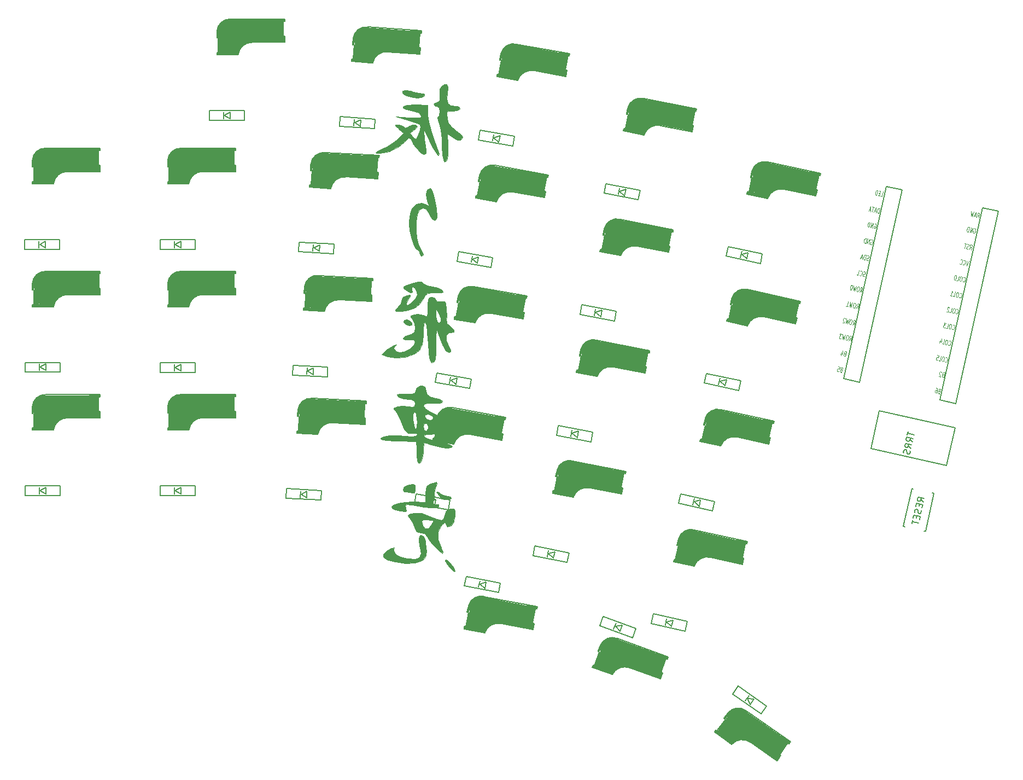
<source format=gbr>
G04 #@! TF.GenerationSoftware,KiCad,Pcbnew,(5.0.2)-1*
G04 #@! TF.CreationDate,2019-01-24T16:51:55+08:00*
G04 #@! TF.ProjectId,52Te_Rev,35325465-5f52-4657-962e-6b696361645f,rev?*
G04 #@! TF.SameCoordinates,Original*
G04 #@! TF.FileFunction,Legend,Bot*
G04 #@! TF.FilePolarity,Positive*
%FSLAX46Y46*%
G04 Gerber Fmt 4.6, Leading zero omitted, Abs format (unit mm)*
G04 Created by KiCad (PCBNEW (5.0.2)-1) date 24/01/2019 16:51:55*
%MOMM*%
%LPD*%
G01*
G04 APERTURE LIST*
%ADD10C,0.150000*%
%ADD11C,0.300000*%
%ADD12C,0.800000*%
%ADD13C,3.000000*%
%ADD14C,0.500000*%
%ADD15C,1.000000*%
%ADD16C,3.500000*%
%ADD17C,0.400000*%
%ADD18C,0.010000*%
%ADD19C,0.125000*%
G04 APERTURE END LIST*
D10*
G04 #@! TO.C,D1*
X165200000Y-133540000D02*
X165200000Y-132040000D01*
X159800000Y-133540000D02*
X165200000Y-133540000D01*
X159800000Y-132040000D02*
X159800000Y-133540000D01*
X165200000Y-132040000D02*
X159800000Y-132040000D01*
X163000000Y-133290000D02*
X162100000Y-132790000D01*
X163000000Y-132290000D02*
X163000000Y-133290000D01*
X162100000Y-132790000D02*
X163000000Y-132290000D01*
X162000000Y-132290000D02*
X162000000Y-133290000D01*
G04 #@! TO.C,D2*
X162040000Y-151310000D02*
X162040000Y-152310000D01*
X162140000Y-151810000D02*
X163040000Y-151310000D01*
X163040000Y-151310000D02*
X163040000Y-152310000D01*
X163040000Y-152310000D02*
X162140000Y-151810000D01*
X165240000Y-151060000D02*
X159840000Y-151060000D01*
X159840000Y-151060000D02*
X159840000Y-152560000D01*
X159840000Y-152560000D02*
X165240000Y-152560000D01*
X165240000Y-152560000D02*
X165240000Y-151060000D01*
G04 #@! TO.C,D3*
X165230000Y-171660000D02*
X165230000Y-170160000D01*
X159830000Y-171660000D02*
X165230000Y-171660000D01*
X159830000Y-170160000D02*
X159830000Y-171660000D01*
X165230000Y-170160000D02*
X159830000Y-170160000D01*
X163030000Y-171410000D02*
X162130000Y-170910000D01*
X163030000Y-170410000D02*
X163030000Y-171410000D01*
X162130000Y-170910000D02*
X163030000Y-170410000D01*
X162030000Y-170410000D02*
X162030000Y-171410000D01*
G04 #@! TO.C,D4*
X193800000Y-113570000D02*
X193800000Y-112070000D01*
X188400000Y-113570000D02*
X193800000Y-113570000D01*
X188400000Y-112070000D02*
X188400000Y-113570000D01*
X193800000Y-112070000D02*
X188400000Y-112070000D01*
X191600000Y-113320000D02*
X190700000Y-112820000D01*
X191600000Y-112320000D02*
X191600000Y-113320000D01*
X190700000Y-112820000D02*
X191600000Y-112320000D01*
X190600000Y-112320000D02*
X190600000Y-113320000D01*
G04 #@! TO.C,D5*
X182970000Y-132310000D02*
X182970000Y-133310000D01*
X183070000Y-132810000D02*
X183970000Y-132310000D01*
X183970000Y-132310000D02*
X183970000Y-133310000D01*
X183970000Y-133310000D02*
X183070000Y-132810000D01*
X186170000Y-132060000D02*
X180770000Y-132060000D01*
X180770000Y-132060000D02*
X180770000Y-133560000D01*
X180770000Y-133560000D02*
X186170000Y-133560000D01*
X186170000Y-133560000D02*
X186170000Y-132060000D01*
G04 #@! TO.C,D6*
X186180000Y-152640000D02*
X186180000Y-151140000D01*
X180780000Y-152640000D02*
X186180000Y-152640000D01*
X180780000Y-151140000D02*
X180780000Y-152640000D01*
X186180000Y-151140000D02*
X180780000Y-151140000D01*
X183980000Y-152390000D02*
X183080000Y-151890000D01*
X183980000Y-151390000D02*
X183980000Y-152390000D01*
X183080000Y-151890000D02*
X183980000Y-151390000D01*
X182980000Y-151390000D02*
X182980000Y-152390000D01*
G04 #@! TO.C,D7*
X186170000Y-171640000D02*
X186170000Y-170140000D01*
X180770000Y-171640000D02*
X186170000Y-171640000D01*
X180770000Y-170140000D02*
X180770000Y-171640000D01*
X186170000Y-170140000D02*
X180770000Y-170140000D01*
X183970000Y-171390000D02*
X183070000Y-170890000D01*
X183970000Y-170390000D02*
X183970000Y-171390000D01*
X183070000Y-170890000D02*
X183970000Y-170390000D01*
X182970000Y-170390000D02*
X182970000Y-171390000D01*
G04 #@! TO.C,D8*
X210826096Y-113426340D02*
X210756340Y-114423904D01*
X210890974Y-113932097D02*
X211823660Y-113496096D01*
X211823660Y-113496096D02*
X211753904Y-114493660D01*
X211753904Y-114493660D02*
X210890974Y-113932097D01*
X214035740Y-113400169D02*
X208648894Y-113023484D01*
X208648894Y-113023484D02*
X208544260Y-114519831D01*
X208544260Y-114519831D02*
X213931106Y-114896516D01*
X213931106Y-114896516D02*
X214035740Y-113400169D01*
G04 #@! TO.C,D9*
X207587048Y-134230279D02*
X207665552Y-132732335D01*
X202194448Y-133947665D02*
X207587048Y-134230279D01*
X202272952Y-132449721D02*
X202194448Y-133947665D01*
X207665552Y-132732335D02*
X202272952Y-132449721D01*
X205403147Y-133865483D02*
X204530548Y-133319066D01*
X205455483Y-132866853D02*
X205403147Y-133865483D01*
X204530548Y-133319066D02*
X205455483Y-132866853D01*
X204456853Y-132814517D02*
X204404517Y-133813147D01*
G04 #@! TO.C,D10*
X203496853Y-151874517D02*
X203444517Y-152873147D01*
X203570548Y-152379066D02*
X204495483Y-151926853D01*
X204495483Y-151926853D02*
X204443147Y-152925483D01*
X204443147Y-152925483D02*
X203570548Y-152379066D01*
X206705552Y-151792335D02*
X201312952Y-151509721D01*
X201312952Y-151509721D02*
X201234448Y-153007665D01*
X201234448Y-153007665D02*
X206627048Y-153290279D01*
X206627048Y-153290279D02*
X206705552Y-151792335D01*
G04 #@! TO.C,D11*
X202486853Y-170974517D02*
X202434517Y-171973147D01*
X202560548Y-171479066D02*
X203485483Y-171026853D01*
X203485483Y-171026853D02*
X203433147Y-172025483D01*
X203433147Y-172025483D02*
X202560548Y-171479066D01*
X205695552Y-170892335D02*
X200302952Y-170609721D01*
X200302952Y-170609721D02*
X200224448Y-172107665D01*
X200224448Y-172107665D02*
X205617048Y-172390279D01*
X205617048Y-172390279D02*
X205695552Y-170892335D01*
G04 #@! TO.C,D12*
X235328745Y-117567456D02*
X235589217Y-116090244D01*
X230010783Y-116629756D02*
X235328745Y-117567456D01*
X230271255Y-115152544D02*
X230010783Y-116629756D01*
X235589217Y-116090244D02*
X230271255Y-115152544D01*
X233205580Y-116939228D02*
X232406077Y-116290541D01*
X233379228Y-115954420D02*
X233205580Y-116939228D01*
X232406077Y-116290541D02*
X233379228Y-115954420D01*
X232394420Y-115780772D02*
X232220772Y-116765580D01*
G04 #@! TO.C,D13*
X229076386Y-134562546D02*
X228902738Y-135547354D01*
X229088043Y-135072315D02*
X230061194Y-134736194D01*
X230061194Y-134736194D02*
X229887546Y-135721002D01*
X229887546Y-135721002D02*
X229088043Y-135072315D01*
X232271183Y-134872018D02*
X226953221Y-133934318D01*
X226953221Y-133934318D02*
X226692749Y-135411530D01*
X226692749Y-135411530D02*
X232010711Y-136349230D01*
X232010711Y-136349230D02*
X232271183Y-134872018D01*
G04 #@! TO.C,D14*
X228686779Y-155085682D02*
X228947251Y-153608470D01*
X223368817Y-154147982D02*
X228686779Y-155085682D01*
X223629289Y-152670770D02*
X223368817Y-154147982D01*
X228947251Y-153608470D02*
X223629289Y-152670770D01*
X226563614Y-154457454D02*
X225764111Y-153808767D01*
X226737262Y-153472646D02*
X226563614Y-154457454D01*
X225764111Y-153808767D02*
X226737262Y-153472646D01*
X225752454Y-153298998D02*
X225578806Y-154283806D01*
G04 #@! TO.C,D15*
X225408745Y-173867456D02*
X225669217Y-172390244D01*
X220090783Y-172929756D02*
X225408745Y-173867456D01*
X220351255Y-171452544D02*
X220090783Y-172929756D01*
X225669217Y-172390244D02*
X220351255Y-171452544D01*
X223285580Y-173239228D02*
X222486077Y-172590541D01*
X223459228Y-172254420D02*
X223285580Y-173239228D01*
X222486077Y-172590541D02*
X223459228Y-172254420D01*
X222474420Y-172080772D02*
X222300772Y-173065580D01*
G04 #@! TO.C,D16*
X230252203Y-184865096D02*
X230061394Y-185846723D01*
X230254961Y-185374990D02*
X231233830Y-185055905D01*
X231233830Y-185055905D02*
X231043021Y-186037532D01*
X231043021Y-186037532D02*
X230254961Y-185374990D01*
X233441112Y-185230278D02*
X228140325Y-184199909D01*
X228140325Y-184199909D02*
X227854112Y-185672350D01*
X227854112Y-185672350D02*
X233154899Y-186702719D01*
X233154899Y-186702719D02*
X233441112Y-185230278D01*
G04 #@! TO.C,D17*
X251874591Y-124063782D02*
X251683782Y-125045409D01*
X251877349Y-124573676D02*
X252856218Y-124254591D01*
X252856218Y-124254591D02*
X252665409Y-125236218D01*
X252665409Y-125236218D02*
X251877349Y-124573676D01*
X255063500Y-124428964D02*
X249762713Y-123398595D01*
X249762713Y-123398595D02*
X249476500Y-124871036D01*
X249476500Y-124871036D02*
X254777287Y-125901405D01*
X254777287Y-125901405D02*
X255063500Y-124428964D01*
G04 #@! TO.C,D18*
X251087287Y-144651405D02*
X251373500Y-143178964D01*
X245786500Y-143621036D02*
X251087287Y-144651405D01*
X246072713Y-142148595D02*
X245786500Y-143621036D01*
X251373500Y-143178964D02*
X246072713Y-142148595D01*
X248975409Y-143986218D02*
X248187349Y-143323676D01*
X249166218Y-143004591D02*
X248975409Y-143986218D01*
X248187349Y-143323676D02*
X249166218Y-143004591D01*
X248184591Y-142813782D02*
X247993782Y-143795409D01*
G04 #@! TO.C,D19*
X244544591Y-161513782D02*
X244353782Y-162495409D01*
X244547349Y-162023676D02*
X245526218Y-161704591D01*
X245526218Y-161704591D02*
X245335409Y-162686218D01*
X245335409Y-162686218D02*
X244547349Y-162023676D01*
X247733500Y-161878964D02*
X242432713Y-160848595D01*
X242432713Y-160848595D02*
X242146500Y-162321036D01*
X242146500Y-162321036D02*
X247447287Y-163351405D01*
X247447287Y-163351405D02*
X247733500Y-161878964D01*
G04 #@! TO.C,D20*
X240874591Y-180163782D02*
X240683782Y-181145409D01*
X240877349Y-180673676D02*
X241856218Y-180354591D01*
X241856218Y-180354591D02*
X241665409Y-181336218D01*
X241665409Y-181336218D02*
X240877349Y-180673676D01*
X244063500Y-180528964D02*
X238762713Y-179498595D01*
X238762713Y-179498595D02*
X238476500Y-180971036D01*
X238476500Y-180971036D02*
X243777287Y-182001405D01*
X243777287Y-182001405D02*
X244063500Y-180528964D01*
G04 #@! TO.C,D21*
X253910655Y-193678224D02*
X254423685Y-192268685D01*
X248836315Y-191831315D02*
X253910655Y-193678224D01*
X249349345Y-190421776D02*
X248836315Y-191831315D01*
X254423685Y-192268685D02*
X249349345Y-190421776D01*
X251928836Y-192690856D02*
X251254123Y-191913192D01*
X252270856Y-191751164D02*
X251928836Y-192690856D01*
X251254123Y-191913192D02*
X252270856Y-191751164D01*
X251331164Y-191409144D02*
X250989144Y-192348836D01*
G04 #@! TO.C,D22*
X273695065Y-135754972D02*
X274006932Y-134287751D01*
X268413068Y-134632249D02*
X273695065Y-135754972D01*
X268724935Y-133165028D02*
X268413068Y-134632249D01*
X274006932Y-134287751D02*
X268724935Y-133165028D01*
X271595118Y-135053030D02*
X270818741Y-134376835D01*
X271803030Y-134074882D02*
X271595118Y-135053030D01*
X270818741Y-134376835D02*
X271803030Y-134074882D01*
X270824882Y-133866970D02*
X270616970Y-134845118D01*
G04 #@! TO.C,D23*
X267460072Y-153473632D02*
X267243632Y-154449928D01*
X267449482Y-153983424D02*
X268436368Y-153690072D01*
X268436368Y-153690072D02*
X268219928Y-154666368D01*
X268219928Y-154666368D02*
X267449482Y-153983424D01*
X270638329Y-153922165D02*
X265366330Y-152753391D01*
X265366330Y-152753391D02*
X265041671Y-154217835D01*
X265041671Y-154217835D02*
X270313670Y-155386609D01*
X270313670Y-155386609D02*
X270638329Y-153922165D01*
G04 #@! TO.C,D24*
X263450072Y-172133632D02*
X263233632Y-173109928D01*
X263439482Y-172643424D02*
X264426368Y-172350072D01*
X264426368Y-172350072D02*
X264209928Y-173326368D01*
X264209928Y-173326368D02*
X263439482Y-172643424D01*
X266628329Y-172582165D02*
X261356330Y-171413391D01*
X261356330Y-171413391D02*
X261031671Y-172877835D01*
X261031671Y-172877835D02*
X266303670Y-174046609D01*
X266303670Y-174046609D02*
X266628329Y-172582165D01*
G04 #@! TO.C,D25*
X262053670Y-192636609D02*
X262378329Y-191172165D01*
X256781671Y-191467835D02*
X262053670Y-192636609D01*
X257106330Y-190003391D02*
X256781671Y-191467835D01*
X262378329Y-191172165D02*
X257106330Y-190003391D01*
X259959928Y-191916368D02*
X259189482Y-191233424D01*
X260176368Y-190940072D02*
X259959928Y-191916368D01*
X259189482Y-191233424D02*
X260176368Y-190940072D01*
X259200072Y-190723632D02*
X258983632Y-191699928D01*
G04 #@! TO.C,D26*
X271907212Y-202633636D02*
X271333636Y-203452788D01*
X271702339Y-203100569D02*
X272726364Y-203207212D01*
X272726364Y-203207212D02*
X272152788Y-204026364D01*
X272152788Y-204026364D02*
X271702339Y-203100569D01*
X274671893Y-204264292D02*
X270248472Y-201166980D01*
X270248472Y-201166980D02*
X269388107Y-202395708D01*
X269388107Y-202395708D02*
X273811528Y-205493020D01*
X273811528Y-205493020D02*
X274671893Y-204264292D01*
G04 #@! TO.C,J1*
X292112536Y-158545319D02*
X303828088Y-161142594D01*
X290813898Y-164403095D02*
X292112536Y-158545319D01*
X302529450Y-167000370D02*
X290813898Y-164403095D01*
X303828088Y-161142594D02*
X302529450Y-167000370D01*
D11*
G04 #@! TO.C,SW1*
X161050000Y-120709999D02*
X161050000Y-119810000D01*
D12*
X161550000Y-122910000D02*
X161550000Y-121110001D01*
D13*
X162680000Y-119410000D02*
X162680000Y-121650000D01*
D14*
X171150000Y-121210000D02*
X169750000Y-121210000D01*
D15*
X170750000Y-118510000D02*
X170750000Y-121010000D01*
D16*
X169450000Y-119710000D02*
X162750000Y-119710000D01*
D10*
X171450000Y-121510000D02*
X171450000Y-120510000D01*
X171450000Y-120510000D02*
X171250000Y-120510000D01*
X171230000Y-120510000D02*
X171230000Y-118260000D01*
X171250000Y-118260000D02*
X171450000Y-118260000D01*
X160950000Y-120810000D02*
X161150000Y-120810000D01*
X161180000Y-120810000D02*
X161180000Y-123050000D01*
X161150000Y-123050000D02*
X160950000Y-123050000D01*
X160950000Y-123410000D02*
X160950000Y-123050000D01*
X160950000Y-119810000D02*
X160950000Y-120810000D01*
X160950000Y-123410000D02*
X164230000Y-123410000D01*
X166450000Y-121510000D02*
X171450000Y-121510000D01*
X171450000Y-117910000D02*
X163049999Y-117910000D01*
X164233682Y-123388529D02*
G75*
G02X166450000Y-121510000I2151318J-291471D01*
G01*
X160950000Y-119810001D02*
G75*
G02X163049999Y-117910000I2000000J-99999D01*
G01*
X171450000Y-118260000D02*
X171450000Y-117910000D01*
D15*
X163833682Y-122988529D02*
G75*
G02X166050000Y-121110000I2151318J-291471D01*
G01*
D14*
X161150000Y-123210000D02*
X163850000Y-123210000D01*
D17*
X171250000Y-118110000D02*
X169850000Y-118110000D01*
X171250000Y-120610000D02*
X171250000Y-121310000D01*
G04 #@! TO.C,SW2*
X171260000Y-139670000D02*
X171260000Y-140370000D01*
X171260000Y-137170000D02*
X169860000Y-137170000D01*
D14*
X161160000Y-142270000D02*
X163860000Y-142270000D01*
D15*
X163843682Y-142048529D02*
G75*
G02X166060000Y-140170000I2151318J-291471D01*
G01*
D10*
X171460000Y-137320000D02*
X171460000Y-136970000D01*
X160960000Y-138870001D02*
G75*
G02X163059999Y-136970000I2000000J-99999D01*
G01*
X164243682Y-142448529D02*
G75*
G02X166460000Y-140570000I2151318J-291471D01*
G01*
X171460000Y-136970000D02*
X163059999Y-136970000D01*
X166460000Y-140570000D02*
X171460000Y-140570000D01*
X160960000Y-142470000D02*
X164240000Y-142470000D01*
X160960000Y-138870000D02*
X160960000Y-139870000D01*
X160960000Y-142470000D02*
X160960000Y-142110000D01*
X161160000Y-142110000D02*
X160960000Y-142110000D01*
X161190000Y-139870000D02*
X161190000Y-142110000D01*
X160960000Y-139870000D02*
X161160000Y-139870000D01*
X171260000Y-137320000D02*
X171460000Y-137320000D01*
X171240000Y-139570000D02*
X171240000Y-137320000D01*
X171460000Y-139570000D02*
X171260000Y-139570000D01*
X171460000Y-140570000D02*
X171460000Y-139570000D01*
D16*
X169460000Y-138770000D02*
X162760000Y-138770000D01*
D15*
X170760000Y-137570000D02*
X170760000Y-140070000D01*
D14*
X171160000Y-140270000D02*
X169760000Y-140270000D01*
D13*
X162690000Y-138470000D02*
X162690000Y-140710000D01*
D12*
X161560000Y-141970000D02*
X161560000Y-140170001D01*
D11*
X161060000Y-139769999D02*
X161060000Y-138870000D01*
G04 #@! TO.C,SW3*
X161050000Y-158839999D02*
X161050000Y-157940000D01*
D12*
X161550000Y-161040000D02*
X161550000Y-159240001D01*
D13*
X162680000Y-157540000D02*
X162680000Y-159780000D01*
D14*
X171150000Y-159340000D02*
X169750000Y-159340000D01*
D15*
X170750000Y-156640000D02*
X170750000Y-159140000D01*
D16*
X169450000Y-157840000D02*
X162750000Y-157840000D01*
D10*
X171450000Y-159640000D02*
X171450000Y-158640000D01*
X171450000Y-158640000D02*
X171250000Y-158640000D01*
X171230000Y-158640000D02*
X171230000Y-156390000D01*
X171250000Y-156390000D02*
X171450000Y-156390000D01*
X160950000Y-158940000D02*
X161150000Y-158940000D01*
X161180000Y-158940000D02*
X161180000Y-161180000D01*
X161150000Y-161180000D02*
X160950000Y-161180000D01*
X160950000Y-161540000D02*
X160950000Y-161180000D01*
X160950000Y-157940000D02*
X160950000Y-158940000D01*
X160950000Y-161540000D02*
X164230000Y-161540000D01*
X166450000Y-159640000D02*
X171450000Y-159640000D01*
X171450000Y-156040000D02*
X163049999Y-156040000D01*
X164233682Y-161518529D02*
G75*
G02X166450000Y-159640000I2151318J-291471D01*
G01*
X160950000Y-157940001D02*
G75*
G02X163049999Y-156040000I2000000J-99999D01*
G01*
X171450000Y-156390000D02*
X171450000Y-156040000D01*
D15*
X163833682Y-161118529D02*
G75*
G02X166050000Y-159240000I2151318J-291471D01*
G01*
D14*
X161150000Y-161340000D02*
X163850000Y-161340000D01*
D17*
X171250000Y-156240000D02*
X169850000Y-156240000D01*
X171250000Y-158740000D02*
X171250000Y-159440000D01*
G04 #@! TO.C,SW4*
X199840000Y-100620000D02*
X199840000Y-101320000D01*
X199840000Y-98120000D02*
X198440000Y-98120000D01*
D14*
X189740000Y-103220000D02*
X192440000Y-103220000D01*
D15*
X192423682Y-102998529D02*
G75*
G02X194640000Y-101120000I2151318J-291471D01*
G01*
D10*
X200040000Y-98270000D02*
X200040000Y-97920000D01*
X189540000Y-99820001D02*
G75*
G02X191639999Y-97920000I2000000J-99999D01*
G01*
X192823682Y-103398529D02*
G75*
G02X195040000Y-101520000I2151318J-291471D01*
G01*
X200040000Y-97920000D02*
X191639999Y-97920000D01*
X195040000Y-101520000D02*
X200040000Y-101520000D01*
X189540000Y-103420000D02*
X192820000Y-103420000D01*
X189540000Y-99820000D02*
X189540000Y-100820000D01*
X189540000Y-103420000D02*
X189540000Y-103060000D01*
X189740000Y-103060000D02*
X189540000Y-103060000D01*
X189770000Y-100820000D02*
X189770000Y-103060000D01*
X189540000Y-100820000D02*
X189740000Y-100820000D01*
X199840000Y-98270000D02*
X200040000Y-98270000D01*
X199820000Y-100520000D02*
X199820000Y-98270000D01*
X200040000Y-100520000D02*
X199840000Y-100520000D01*
X200040000Y-101520000D02*
X200040000Y-100520000D01*
D16*
X198040000Y-99720000D02*
X191340000Y-99720000D01*
D15*
X199340000Y-98520000D02*
X199340000Y-101020000D01*
D14*
X199740000Y-101220000D02*
X198340000Y-101220000D01*
D13*
X191270000Y-99420000D02*
X191270000Y-101660000D01*
D12*
X190140000Y-102920000D02*
X190140000Y-101120001D01*
D11*
X189640000Y-100719999D02*
X189640000Y-99820000D01*
D17*
G04 #@! TO.C,SW5*
X192210000Y-120610000D02*
X192210000Y-121310000D01*
X192210000Y-118110000D02*
X190810000Y-118110000D01*
D14*
X182110000Y-123210000D02*
X184810000Y-123210000D01*
D15*
X184793682Y-122988529D02*
G75*
G02X187010000Y-121110000I2151318J-291471D01*
G01*
D10*
X192410000Y-118260000D02*
X192410000Y-117910000D01*
X181910000Y-119810001D02*
G75*
G02X184009999Y-117910000I2000000J-99999D01*
G01*
X185193682Y-123388529D02*
G75*
G02X187410000Y-121510000I2151318J-291471D01*
G01*
X192410000Y-117910000D02*
X184009999Y-117910000D01*
X187410000Y-121510000D02*
X192410000Y-121510000D01*
X181910000Y-123410000D02*
X185190000Y-123410000D01*
X181910000Y-119810000D02*
X181910000Y-120810000D01*
X181910000Y-123410000D02*
X181910000Y-123050000D01*
X182110000Y-123050000D02*
X181910000Y-123050000D01*
X182140000Y-120810000D02*
X182140000Y-123050000D01*
X181910000Y-120810000D02*
X182110000Y-120810000D01*
X192210000Y-118260000D02*
X192410000Y-118260000D01*
X192190000Y-120510000D02*
X192190000Y-118260000D01*
X192410000Y-120510000D02*
X192210000Y-120510000D01*
X192410000Y-121510000D02*
X192410000Y-120510000D01*
D16*
X190410000Y-119710000D02*
X183710000Y-119710000D01*
D15*
X191710000Y-118510000D02*
X191710000Y-121010000D01*
D14*
X192110000Y-121210000D02*
X190710000Y-121210000D01*
D13*
X183640000Y-119410000D02*
X183640000Y-121650000D01*
D12*
X182510000Y-122910000D02*
X182510000Y-121110001D01*
D11*
X182010000Y-120709999D02*
X182010000Y-119810000D01*
G04 #@! TO.C,SW6*
X182010000Y-139759999D02*
X182010000Y-138860000D01*
D12*
X182510000Y-141960000D02*
X182510000Y-140160001D01*
D13*
X183640000Y-138460000D02*
X183640000Y-140700000D01*
D14*
X192110000Y-140260000D02*
X190710000Y-140260000D01*
D15*
X191710000Y-137560000D02*
X191710000Y-140060000D01*
D16*
X190410000Y-138760000D02*
X183710000Y-138760000D01*
D10*
X192410000Y-140560000D02*
X192410000Y-139560000D01*
X192410000Y-139560000D02*
X192210000Y-139560000D01*
X192190000Y-139560000D02*
X192190000Y-137310000D01*
X192210000Y-137310000D02*
X192410000Y-137310000D01*
X181910000Y-139860000D02*
X182110000Y-139860000D01*
X182140000Y-139860000D02*
X182140000Y-142100000D01*
X182110000Y-142100000D02*
X181910000Y-142100000D01*
X181910000Y-142460000D02*
X181910000Y-142100000D01*
X181910000Y-138860000D02*
X181910000Y-139860000D01*
X181910000Y-142460000D02*
X185190000Y-142460000D01*
X187410000Y-140560000D02*
X192410000Y-140560000D01*
X192410000Y-136960000D02*
X184009999Y-136960000D01*
X185193682Y-142438529D02*
G75*
G02X187410000Y-140560000I2151318J-291471D01*
G01*
X181910000Y-138860001D02*
G75*
G02X184009999Y-136960000I2000000J-99999D01*
G01*
X192410000Y-137310000D02*
X192410000Y-136960000D01*
D15*
X184793682Y-142038529D02*
G75*
G02X187010000Y-140160000I2151318J-291471D01*
G01*
D14*
X182110000Y-142260000D02*
X184810000Y-142260000D01*
D17*
X192210000Y-137160000D02*
X190810000Y-137160000D01*
X192210000Y-139660000D02*
X192210000Y-140360000D01*
G04 #@! TO.C,SW7*
X192210000Y-158720000D02*
X192210000Y-159420000D01*
X192210000Y-156220000D02*
X190810000Y-156220000D01*
D14*
X182110000Y-161320000D02*
X184810000Y-161320000D01*
D15*
X184793682Y-161098529D02*
G75*
G02X187010000Y-159220000I2151318J-291471D01*
G01*
D10*
X192410000Y-156370000D02*
X192410000Y-156020000D01*
X181910000Y-157920001D02*
G75*
G02X184009999Y-156020000I2000000J-99999D01*
G01*
X185193682Y-161498529D02*
G75*
G02X187410000Y-159620000I2151318J-291471D01*
G01*
X192410000Y-156020000D02*
X184009999Y-156020000D01*
X187410000Y-159620000D02*
X192410000Y-159620000D01*
X181910000Y-161520000D02*
X185190000Y-161520000D01*
X181910000Y-157920000D02*
X181910000Y-158920000D01*
X181910000Y-161520000D02*
X181910000Y-161160000D01*
X182110000Y-161160000D02*
X181910000Y-161160000D01*
X182140000Y-158920000D02*
X182140000Y-161160000D01*
X181910000Y-158920000D02*
X182110000Y-158920000D01*
X192210000Y-156370000D02*
X192410000Y-156370000D01*
X192190000Y-158620000D02*
X192190000Y-156370000D01*
X192410000Y-158620000D02*
X192210000Y-158620000D01*
X192410000Y-159620000D02*
X192410000Y-158620000D01*
D16*
X190410000Y-157820000D02*
X183710000Y-157820000D01*
D15*
X191710000Y-156620000D02*
X191710000Y-159120000D01*
D14*
X192110000Y-159320000D02*
X190710000Y-159320000D01*
D13*
X183640000Y-157520000D02*
X183640000Y-159760000D01*
D12*
X182510000Y-161020000D02*
X182510000Y-159220001D01*
D11*
X182010000Y-158819999D02*
X182010000Y-157920000D01*
G04 #@! TO.C,SW8*
X210679203Y-101804668D02*
X210741984Y-100906861D01*
D12*
X211024521Y-104034188D02*
X211150082Y-102238574D01*
D13*
X212395916Y-100621539D02*
X212239661Y-102856082D01*
D14*
X220719722Y-103007991D02*
X219323132Y-102910332D01*
D15*
X220509039Y-100286666D02*
X220334647Y-102780576D01*
D16*
X219128498Y-101393059D02*
X212444818Y-100925691D01*
D10*
X220998064Y-103328188D02*
X221067821Y-102330624D01*
X221067821Y-102330624D02*
X220868308Y-102316672D01*
X220848356Y-102315277D02*
X221005309Y-100070758D01*
X221025260Y-100072153D02*
X221224773Y-100086104D01*
X210572471Y-101897450D02*
X210771984Y-101911401D01*
X210801911Y-101913494D02*
X210645656Y-104148037D01*
X210615729Y-104145945D02*
X210416217Y-104131993D01*
X210391104Y-104491116D02*
X210416217Y-104131993D01*
X210642228Y-100899886D02*
X210572471Y-101897450D01*
X210391104Y-104491116D02*
X213663114Y-104719918D01*
X216010244Y-102979405D02*
X220998064Y-103328188D01*
X221249187Y-99736957D02*
X212869648Y-99151003D01*
X213668286Y-104698756D02*
G75*
G02X216010244Y-102979405I2125745J-440829D01*
G01*
X210642228Y-100899887D02*
G75*
G02X212869648Y-99151003I1988152J-239268D01*
G01*
X221224773Y-100086104D02*
X221249187Y-99736957D01*
D15*
X213297163Y-104271828D02*
G75*
G02X215639121Y-102552477I2125745J-440829D01*
G01*
D14*
X210604568Y-104305555D02*
X213297991Y-104493897D01*
D17*
X221035723Y-99922519D02*
X219639134Y-99824859D01*
X220861332Y-102416429D02*
X220812503Y-103114724D01*
D11*
G04 #@! TO.C,SW9*
X204136825Y-121271658D02*
X204183928Y-120372893D01*
D12*
X204521001Y-123494812D02*
X204615206Y-121697280D01*
D13*
X205832628Y-120058748D02*
X205715396Y-122295679D01*
D14*
X214196816Y-122299567D02*
X212798734Y-122226297D01*
D15*
X213938671Y-119582333D02*
X213807831Y-122078907D01*
D16*
X212577649Y-120712652D02*
X205886831Y-120362001D01*
D10*
X214480704Y-122614857D02*
X214533040Y-121616227D01*
X214533040Y-121616227D02*
X214333314Y-121605760D01*
X214313341Y-121604713D02*
X214431097Y-119357797D01*
X214451070Y-119358844D02*
X214650796Y-119369311D01*
X204031729Y-121366289D02*
X204231455Y-121376756D01*
X204261414Y-121378326D02*
X204144181Y-123615256D01*
X204114222Y-123613686D02*
X203914496Y-123603219D01*
X203895655Y-123962725D02*
X203914496Y-123603219D01*
X204084065Y-120367659D02*
X204031729Y-121366289D01*
X203895655Y-123962725D02*
X207171160Y-124134387D01*
X209487556Y-122353177D02*
X214480704Y-122614857D01*
X214669113Y-119019790D02*
X206280624Y-118580168D01*
X207175961Y-124113138D02*
G75*
G02X209487556Y-122353177I2133115J-403663D01*
G01*
X204084064Y-120367660D02*
G75*
G02X206280624Y-118580168I1992026J-204534D01*
G01*
X214650796Y-119369311D02*
X214669113Y-119019790D01*
D15*
X206797444Y-123692752D02*
G75*
G02X209109039Y-121932791I2133115J-403663D01*
G01*
D14*
X204105848Y-123773467D02*
X206802148Y-123914774D01*
D17*
X214458920Y-119209049D02*
X213060839Y-119135779D01*
X214328080Y-121705623D02*
X214291445Y-122404664D01*
G04 #@! TO.C,SW10*
X213338080Y-140725623D02*
X213301445Y-141424664D01*
X213468920Y-138229049D02*
X212070839Y-138155779D01*
D14*
X203115848Y-142793467D02*
X205812148Y-142934774D01*
D15*
X205807444Y-142712752D02*
G75*
G02X208119039Y-140952791I2133115J-403663D01*
G01*
D10*
X213660796Y-138389311D02*
X213679113Y-138039790D01*
X203094064Y-139387660D02*
G75*
G02X205290624Y-137600168I1992026J-204534D01*
G01*
X206185961Y-143133138D02*
G75*
G02X208497556Y-141373177I2133115J-403663D01*
G01*
X213679113Y-138039790D02*
X205290624Y-137600168D01*
X208497556Y-141373177D02*
X213490704Y-141634857D01*
X202905655Y-142982725D02*
X206181160Y-143154387D01*
X203094065Y-139387659D02*
X203041729Y-140386289D01*
X202905655Y-142982725D02*
X202924496Y-142623219D01*
X203124222Y-142633686D02*
X202924496Y-142623219D01*
X203271414Y-140398326D02*
X203154181Y-142635256D01*
X203041729Y-140386289D02*
X203241455Y-140396756D01*
X213461070Y-138378844D02*
X213660796Y-138389311D01*
X213323341Y-140624713D02*
X213441097Y-138377797D01*
X213543040Y-140636227D02*
X213343314Y-140625760D01*
X213490704Y-141634857D02*
X213543040Y-140636227D01*
D16*
X211587649Y-139732652D02*
X204896831Y-139382001D01*
D15*
X212948671Y-138602333D02*
X212817831Y-141098907D01*
D14*
X213206816Y-141319567D02*
X211808734Y-141246297D01*
D13*
X204842628Y-139078748D02*
X204725396Y-141315679D01*
D12*
X203531001Y-142514812D02*
X203625206Y-140717280D01*
D11*
X203146825Y-140291658D02*
X203193928Y-139392893D01*
G04 #@! TO.C,SW11*
X202136825Y-159311658D02*
X202183928Y-158412893D01*
D12*
X202521001Y-161534812D02*
X202615206Y-159737280D01*
D13*
X203832628Y-158098748D02*
X203715396Y-160335679D01*
D14*
X212196816Y-160339567D02*
X210798734Y-160266297D01*
D15*
X211938671Y-157622333D02*
X211807831Y-160118907D01*
D16*
X210577649Y-158752652D02*
X203886831Y-158402001D01*
D10*
X212480704Y-160654857D02*
X212533040Y-159656227D01*
X212533040Y-159656227D02*
X212333314Y-159645760D01*
X212313341Y-159644713D02*
X212431097Y-157397797D01*
X212451070Y-157398844D02*
X212650796Y-157409311D01*
X202031729Y-159406289D02*
X202231455Y-159416756D01*
X202261414Y-159418326D02*
X202144181Y-161655256D01*
X202114222Y-161653686D02*
X201914496Y-161643219D01*
X201895655Y-162002725D02*
X201914496Y-161643219D01*
X202084065Y-158407659D02*
X202031729Y-159406289D01*
X201895655Y-162002725D02*
X205171160Y-162174387D01*
X207487556Y-160393177D02*
X212480704Y-160654857D01*
X212669113Y-157059790D02*
X204280624Y-156620168D01*
X205175961Y-162153138D02*
G75*
G02X207487556Y-160393177I2133115J-403663D01*
G01*
X202084064Y-158407660D02*
G75*
G02X204280624Y-156620168I1992026J-204534D01*
G01*
X212650796Y-157409311D02*
X212669113Y-157059790D01*
D15*
X204797444Y-161732752D02*
G75*
G02X207109039Y-159972791I2133115J-403663D01*
G01*
D14*
X202105848Y-161813467D02*
X204802148Y-161954774D01*
D17*
X212458920Y-157249049D02*
X211060839Y-157175779D01*
X212328080Y-159745623D02*
X212291445Y-160444664D01*
D11*
G04 #@! TO.C,SW12*
X233457978Y-104200570D02*
X233614261Y-103314244D01*
D12*
X233568356Y-106453972D02*
X233880923Y-104681319D01*
D13*
X235288957Y-103203368D02*
X234899985Y-105409337D01*
D14*
X243317712Y-106446822D02*
X241938981Y-106203714D01*
D15*
X243392639Y-103718381D02*
X242958519Y-106180401D01*
D16*
X241904011Y-104674408D02*
X235305799Y-103510965D01*
D10*
X243561060Y-106794358D02*
X243734708Y-105809551D01*
X243734708Y-105809551D02*
X243537747Y-105774821D01*
X243518051Y-105771348D02*
X243908759Y-103555531D01*
X243928455Y-103559004D02*
X244125417Y-103593733D01*
X233342133Y-104281687D02*
X233539094Y-104316417D01*
X233568638Y-104321626D02*
X233179666Y-106527596D01*
X233150122Y-106522386D02*
X232953161Y-106487656D01*
X232890647Y-106842187D02*
X232953161Y-106487656D01*
X233515781Y-103296879D02*
X233342133Y-104281687D01*
X232890647Y-106842187D02*
X236120817Y-107411753D01*
X238637021Y-105926117D02*
X243561060Y-106794358D01*
X244186194Y-103249050D02*
X235913808Y-101790406D01*
X236128170Y-107391248D02*
G75*
G02X238637021Y-105926117I2068022J-660615D01*
G01*
X233515781Y-103296879D02*
G75*
G02X235913808Y-101790406I1952250J-445777D01*
G01*
X244125417Y-103593733D02*
X244186194Y-103249050D01*
D15*
X235803707Y-106927866D02*
G75*
G02X238312558Y-105462735I2068022J-660615D01*
G01*
D14*
X233122338Y-106679955D02*
X235781319Y-107148805D01*
D17*
X243954502Y-103411282D02*
X242575772Y-103168175D01*
X243520382Y-105873302D02*
X243398828Y-106562667D01*
G04 #@! TO.C,SW13*
X240220382Y-124643302D02*
X240098828Y-125332667D01*
X240654502Y-122181282D02*
X239275772Y-121938175D01*
D14*
X229822338Y-125449955D02*
X232481319Y-125918805D01*
D15*
X232503707Y-125697866D02*
G75*
G02X235012558Y-124232735I2068022J-660615D01*
G01*
D10*
X240825417Y-122363733D02*
X240886194Y-122019050D01*
X230215781Y-122066879D02*
G75*
G02X232613808Y-120560406I1952250J-445777D01*
G01*
X232828170Y-126161248D02*
G75*
G02X235337021Y-124696117I2068022J-660615D01*
G01*
X240886194Y-122019050D02*
X232613808Y-120560406D01*
X235337021Y-124696117D02*
X240261060Y-125564358D01*
X229590647Y-125612187D02*
X232820817Y-126181753D01*
X230215781Y-122066879D02*
X230042133Y-123051687D01*
X229590647Y-125612187D02*
X229653161Y-125257656D01*
X229850122Y-125292386D02*
X229653161Y-125257656D01*
X230268638Y-123091626D02*
X229879666Y-125297596D01*
X230042133Y-123051687D02*
X230239094Y-123086417D01*
X240628455Y-122329004D02*
X240825417Y-122363733D01*
X240218051Y-124541348D02*
X240608759Y-122325531D01*
X240434708Y-124579551D02*
X240237747Y-124544821D01*
X240261060Y-125564358D02*
X240434708Y-124579551D01*
D16*
X238604011Y-123444408D02*
X232005799Y-122280965D01*
D15*
X240092639Y-122488381D02*
X239658519Y-124950401D01*
D14*
X240017712Y-125216822D02*
X238638981Y-124973714D01*
D13*
X231988957Y-121973368D02*
X231599985Y-124179337D01*
D12*
X230268356Y-125223972D02*
X230580923Y-123451319D01*
D11*
X230157978Y-122970570D02*
X230314261Y-122084244D01*
G04 #@! TO.C,SW14*
X226847978Y-141730570D02*
X227004261Y-140844244D01*
D12*
X226958356Y-143983972D02*
X227270923Y-142211319D01*
D13*
X228678957Y-140733368D02*
X228289985Y-142939337D01*
D14*
X236707712Y-143976822D02*
X235328981Y-143733714D01*
D15*
X236782639Y-141248381D02*
X236348519Y-143710401D01*
D16*
X235294011Y-142204408D02*
X228695798Y-141040965D01*
D10*
X236951060Y-144324358D02*
X237124708Y-143339551D01*
X237124708Y-143339551D02*
X236927747Y-143304821D01*
X236908051Y-143301348D02*
X237298759Y-141085531D01*
X237318455Y-141089005D02*
X237515417Y-141123733D01*
X226732133Y-141811687D02*
X226929094Y-141846417D01*
X226958638Y-141851626D02*
X226569666Y-144057596D01*
X226540122Y-144052386D02*
X226343161Y-144017656D01*
X226280647Y-144372187D02*
X226343161Y-144017656D01*
X226905781Y-140826879D02*
X226732133Y-141811687D01*
X226280647Y-144372187D02*
X229510817Y-144941753D01*
X232027020Y-143456117D02*
X236951060Y-144324358D01*
X237576194Y-140779049D02*
X229303809Y-139320406D01*
X229518170Y-144921249D02*
G75*
G02X232027020Y-143456117I2068022J-660614D01*
G01*
X226905781Y-140826878D02*
G75*
G02X229303809Y-139320406I1952250J-445778D01*
G01*
X237515417Y-141123733D02*
X237576194Y-140779049D01*
D15*
X229193707Y-144457866D02*
G75*
G02X231702558Y-142992735I2068022J-660615D01*
G01*
D14*
X226512338Y-144209955D02*
X229171319Y-144678805D01*
D17*
X237344501Y-140941282D02*
X235965772Y-140698175D01*
X236910382Y-143403302D02*
X236788828Y-144092667D01*
G04 #@! TO.C,SW15*
X233600382Y-162163302D02*
X233478828Y-162852667D01*
X234034502Y-159701282D02*
X232655772Y-159458175D01*
D14*
X223202338Y-162969955D02*
X225861319Y-163438805D01*
D15*
X225883707Y-163217866D02*
G75*
G02X228392558Y-161752735I2068022J-660615D01*
G01*
D10*
X234205417Y-159883733D02*
X234266194Y-159539050D01*
X223595781Y-159586879D02*
G75*
G02X225993808Y-158080406I1952250J-445777D01*
G01*
X226208170Y-163681248D02*
G75*
G02X228717021Y-162216117I2068022J-660615D01*
G01*
X234266194Y-159539050D02*
X225993808Y-158080406D01*
X228717021Y-162216117D02*
X233641060Y-163084358D01*
X222970647Y-163132187D02*
X226200817Y-163701753D01*
X223595781Y-159586879D02*
X223422133Y-160571687D01*
X222970647Y-163132187D02*
X223033161Y-162777656D01*
X223230122Y-162812386D02*
X223033161Y-162777656D01*
X223648638Y-160611626D02*
X223259666Y-162817596D01*
X223422133Y-160571687D02*
X223619094Y-160606417D01*
X234008455Y-159849004D02*
X234205417Y-159883733D01*
X233598051Y-162061348D02*
X233988759Y-159845531D01*
X233814708Y-162099551D02*
X233617747Y-162064821D01*
X233641060Y-163084358D02*
X233814708Y-162099551D01*
D16*
X231984011Y-160964408D02*
X225385799Y-159800965D01*
D15*
X233472639Y-160008381D02*
X233038519Y-162470401D01*
D14*
X233397712Y-162736822D02*
X232018981Y-162493714D01*
D13*
X225368957Y-159493368D02*
X224979985Y-161699337D01*
D12*
X223648356Y-162743972D02*
X223960923Y-160971319D01*
D11*
X223537978Y-160490570D02*
X223694261Y-159604244D01*
D17*
G04 #@! TO.C,SW16*
X238443315Y-191511214D02*
X238309748Y-192198353D01*
X238920337Y-189057146D02*
X237546059Y-188790013D01*
D14*
X228032777Y-192136273D02*
X230683170Y-192651458D01*
D15*
X230709410Y-192430943D02*
G75*
G02X233243449Y-191009820I2056178J-696606D01*
G01*
D10*
X239088041Y-189242551D02*
X239154824Y-188898982D01*
X228485201Y-188760580D02*
G75*
G02X230909155Y-187296186I1944174J-479780D01*
G01*
X231025738Y-192899917D02*
G75*
G02X233559776Y-191478795I2056177J-696606D01*
G01*
X239154824Y-188898982D02*
X230909155Y-187296186D01*
X233559776Y-191478795D02*
X238467912Y-192432840D01*
X227798290Y-192294437D02*
X231018027Y-192920291D01*
X228485202Y-188760579D02*
X228294393Y-189742206D01*
X227798290Y-192294437D02*
X227866981Y-191941051D01*
X228063306Y-191979213D02*
X227866981Y-191941051D01*
X228520167Y-189786092D02*
X228092755Y-191984937D01*
X228294393Y-189742206D02*
X228490718Y-189780368D01*
X238891716Y-189204390D02*
X239088041Y-189242551D01*
X238442763Y-191409235D02*
X238872083Y-189200574D01*
X238658721Y-191451213D02*
X238462396Y-191413051D01*
X238467912Y-192432840D02*
X238658721Y-191451213D01*
D16*
X236848114Y-190284293D02*
X230271212Y-189005873D01*
D15*
X238353200Y-189354392D02*
X237876177Y-191808460D01*
D14*
X238230667Y-192081109D02*
X236856389Y-191813976D01*
D13*
X230259741Y-188698028D02*
X229832328Y-190896873D01*
D12*
X228482670Y-191918109D02*
X228826126Y-190151181D01*
D11*
X228411637Y-189663124D02*
X228583365Y-188779660D01*
D17*
G04 #@! TO.C,SW17*
X263123315Y-114431214D02*
X262989748Y-115118353D01*
X263600337Y-111977146D02*
X262226059Y-111710013D01*
D14*
X252712777Y-115056273D02*
X255363170Y-115571458D01*
D15*
X255389410Y-115350943D02*
G75*
G02X257923449Y-113929820I2056178J-696606D01*
G01*
D10*
X263768041Y-112162551D02*
X263834824Y-111818982D01*
X253165201Y-111680580D02*
G75*
G02X255589155Y-110216186I1944174J-479780D01*
G01*
X255705738Y-115819917D02*
G75*
G02X258239776Y-114398795I2056177J-696606D01*
G01*
X263834824Y-111818982D02*
X255589155Y-110216186D01*
X258239776Y-114398795D02*
X263147912Y-115352840D01*
X252478290Y-115214437D02*
X255698027Y-115840291D01*
X253165202Y-111680579D02*
X252974393Y-112662206D01*
X252478290Y-115214437D02*
X252546981Y-114861051D01*
X252743306Y-114899213D02*
X252546981Y-114861051D01*
X253200167Y-112706092D02*
X252772755Y-114904937D01*
X252974393Y-112662206D02*
X253170718Y-112700368D01*
X263571716Y-112124390D02*
X263768041Y-112162551D01*
X263122763Y-114329235D02*
X263552083Y-112120574D01*
X263338721Y-114371213D02*
X263142396Y-114333051D01*
X263147912Y-115352840D02*
X263338721Y-114371213D01*
D16*
X261528114Y-113204293D02*
X254951212Y-111925873D01*
D15*
X263033200Y-112274392D02*
X262556177Y-114728460D01*
D14*
X262910667Y-115001109D02*
X261536389Y-114733976D01*
D13*
X254939741Y-111618028D02*
X254512328Y-113816873D01*
D12*
X253162670Y-114838109D02*
X253506126Y-113071181D01*
D11*
X253091637Y-112583124D02*
X253263365Y-111699660D01*
G04 #@! TO.C,SW18*
X249461637Y-131263124D02*
X249633365Y-130379660D01*
D12*
X249532670Y-133518109D02*
X249876126Y-131751181D01*
D13*
X251309741Y-130298028D02*
X250882328Y-132496873D01*
D14*
X259280667Y-133681109D02*
X257906389Y-133413976D01*
D15*
X259403200Y-130954392D02*
X258926177Y-133408460D01*
D16*
X257898114Y-131884293D02*
X251321212Y-130605873D01*
D10*
X259517912Y-134032840D02*
X259708721Y-133051213D01*
X259708721Y-133051213D02*
X259512396Y-133013051D01*
X259492763Y-133009235D02*
X259922083Y-130800574D01*
X259941716Y-130804390D02*
X260138041Y-130842551D01*
X249344393Y-131342206D02*
X249540718Y-131380368D01*
X249570167Y-131386092D02*
X249142755Y-133584937D01*
X249113306Y-133579213D02*
X248916981Y-133541051D01*
X248848290Y-133894437D02*
X248916981Y-133541051D01*
X249535202Y-130360579D02*
X249344393Y-131342206D01*
X248848290Y-133894437D02*
X252068027Y-134520291D01*
X254609776Y-133078795D02*
X259517912Y-134032840D01*
X260204824Y-130498982D02*
X251959155Y-128896186D01*
X252075738Y-134499917D02*
G75*
G02X254609776Y-133078795I2056177J-696606D01*
G01*
X249535201Y-130360580D02*
G75*
G02X251959155Y-128896186I1944174J-479780D01*
G01*
X260138041Y-130842551D02*
X260204824Y-130498982D01*
D15*
X251759410Y-134030943D02*
G75*
G02X254293449Y-132609820I2056178J-696606D01*
G01*
D14*
X249082777Y-133736273D02*
X251733170Y-134251458D01*
D17*
X259970337Y-130657146D02*
X258596059Y-130390013D01*
X259493315Y-133111214D02*
X259359748Y-133798353D01*
G04 #@! TO.C,SW19*
X255853315Y-151811214D02*
X255719748Y-152498353D01*
X256330337Y-149357146D02*
X254956059Y-149090013D01*
D14*
X245442777Y-152436273D02*
X248093170Y-152951458D01*
D15*
X248119410Y-152730943D02*
G75*
G02X250653449Y-151309820I2056178J-696606D01*
G01*
D10*
X256498041Y-149542551D02*
X256564824Y-149198982D01*
X245895201Y-149060580D02*
G75*
G02X248319155Y-147596186I1944174J-479780D01*
G01*
X248435738Y-153199917D02*
G75*
G02X250969776Y-151778795I2056177J-696606D01*
G01*
X256564824Y-149198982D02*
X248319155Y-147596186D01*
X250969776Y-151778795D02*
X255877912Y-152732840D01*
X245208290Y-152594437D02*
X248428027Y-153220291D01*
X245895202Y-149060579D02*
X245704393Y-150042206D01*
X245208290Y-152594437D02*
X245276981Y-152241051D01*
X245473306Y-152279213D02*
X245276981Y-152241051D01*
X245930167Y-150086092D02*
X245502755Y-152284937D01*
X245704393Y-150042206D02*
X245900718Y-150080368D01*
X256301716Y-149504390D02*
X256498041Y-149542551D01*
X255852763Y-151709235D02*
X256282083Y-149500574D01*
X256068721Y-151751213D02*
X255872396Y-151713051D01*
X255877912Y-152732840D02*
X256068721Y-151751213D01*
D16*
X254258114Y-150584293D02*
X247681212Y-149305873D01*
D15*
X255763200Y-149654392D02*
X255286177Y-152108460D01*
D14*
X255640667Y-152381109D02*
X254266389Y-152113976D01*
D13*
X247669741Y-148998028D02*
X247242328Y-151196873D01*
D12*
X245892670Y-152218109D02*
X246236126Y-150451181D01*
D11*
X245821637Y-149963124D02*
X245993365Y-149079660D01*
G04 #@! TO.C,SW20*
X242121637Y-168673124D02*
X242293365Y-167789660D01*
D12*
X242192670Y-170928109D02*
X242536126Y-169161181D01*
D13*
X243969741Y-167708028D02*
X243542328Y-169906873D01*
D14*
X251940667Y-171091109D02*
X250566389Y-170823976D01*
D15*
X252063200Y-168364392D02*
X251586177Y-170818460D01*
D16*
X250558114Y-169294293D02*
X243981212Y-168015873D01*
D10*
X252177912Y-171442840D02*
X252368721Y-170461213D01*
X252368721Y-170461213D02*
X252172396Y-170423051D01*
X252152763Y-170419235D02*
X252582083Y-168210574D01*
X252601716Y-168214390D02*
X252798041Y-168252551D01*
X242004393Y-168752206D02*
X242200718Y-168790368D01*
X242230167Y-168796092D02*
X241802755Y-170994937D01*
X241773306Y-170989213D02*
X241576981Y-170951051D01*
X241508290Y-171304437D02*
X241576981Y-170951051D01*
X242195202Y-167770579D02*
X242004393Y-168752206D01*
X241508290Y-171304437D02*
X244728027Y-171930291D01*
X247269776Y-170488795D02*
X252177912Y-171442840D01*
X252864824Y-167908982D02*
X244619155Y-166306186D01*
X244735738Y-171909917D02*
G75*
G02X247269776Y-170488795I2056177J-696606D01*
G01*
X242195201Y-167770580D02*
G75*
G02X244619155Y-166306186I1944174J-479780D01*
G01*
X252798041Y-168252551D02*
X252864824Y-167908982D01*
D15*
X244419410Y-171440943D02*
G75*
G02X246953449Y-170019820I2056178J-696606D01*
G01*
D14*
X241742777Y-171146273D02*
X244393170Y-171661458D01*
D17*
X252630337Y-168067146D02*
X251256059Y-167800013D01*
X252153315Y-170521214D02*
X252019748Y-171208353D01*
D11*
G04 #@! TO.C,SW21*
X248699460Y-195745450D02*
X249007277Y-194899728D01*
D12*
X248416861Y-197983785D02*
X249032497Y-196292339D01*
D13*
X250675785Y-195081344D02*
X249909659Y-197186255D01*
D14*
X258019345Y-199669701D02*
X256703775Y-199190873D01*
D15*
X258566922Y-196995723D02*
X257711872Y-199344954D01*
D16*
X256934898Y-197678728D02*
X250638957Y-195387193D01*
D10*
X258198646Y-200054215D02*
X258540667Y-199114522D01*
X258540667Y-199114522D02*
X258352728Y-199046118D01*
X258333934Y-199039278D02*
X259103480Y-196924969D01*
X259122273Y-196931810D02*
X259310212Y-197000214D01*
X248571288Y-195805218D02*
X248759227Y-195873622D01*
X248787417Y-195883883D02*
X248021292Y-197988795D01*
X247993101Y-197978534D02*
X247805163Y-197910130D01*
X247682036Y-198248419D02*
X247805163Y-197910130D01*
X248913308Y-194865526D02*
X248571288Y-195805218D01*
X247682036Y-198248419D02*
X250764227Y-199370245D01*
X253500183Y-198344114D02*
X258198646Y-200054215D01*
X259429919Y-196671321D02*
X251536500Y-193798352D01*
X250775031Y-199351330D02*
G75*
G02X253500183Y-198344114I1921889J-1009686D01*
G01*
X248913308Y-194865526D02*
G75*
G02X251536500Y-193798352I1845183J-778009D01*
G01*
X259310212Y-197000214D02*
X259429919Y-196671321D01*
D15*
X250535962Y-198838645D02*
G75*
G02X253261114Y-197831429I1921889J-1009686D01*
G01*
D14*
X247938378Y-198128885D02*
X250475548Y-199052339D01*
D17*
X259173576Y-196790856D02*
X257858007Y-196312028D01*
X258318526Y-199140087D02*
X258079112Y-199797872D01*
D11*
G04 #@! TO.C,SW22*
X272286809Y-122367150D02*
X272473929Y-121486818D01*
D12*
X272318476Y-124623032D02*
X272692717Y-122862367D01*
D13*
X274151474Y-121434455D02*
X273685752Y-123625506D01*
D14*
X282062143Y-124956133D02*
X280692737Y-124665057D01*
D15*
X282232246Y-122231970D02*
X281712467Y-124677339D01*
D16*
X280711160Y-123135462D02*
X274157571Y-121742454D01*
D10*
X282293214Y-125311951D02*
X282501126Y-124333803D01*
X282501126Y-124333803D02*
X282305496Y-124292221D01*
X282285933Y-124288063D02*
X282753735Y-122087231D01*
X282773298Y-122091389D02*
X282968927Y-122132971D01*
X272168202Y-122444175D02*
X272363832Y-122485757D01*
X272393176Y-122491995D02*
X271927454Y-124683045D01*
X271898110Y-124676808D02*
X271702480Y-124635226D01*
X271627632Y-124987359D02*
X271702480Y-124635226D01*
X272376114Y-121466027D02*
X272168202Y-122444175D01*
X271627632Y-124987359D02*
X274835956Y-125669309D01*
X277402476Y-124272393D02*
X282293214Y-125311951D01*
X283041696Y-121790620D02*
X274825255Y-120044161D01*
X274844022Y-125649074D02*
G75*
G02X277402476Y-124272393I2043706J-732385D01*
G01*
X272376114Y-121466028D02*
G75*
G02X274825255Y-120044161I1935504J-513637D01*
G01*
X282968927Y-122132971D02*
X283041696Y-121790620D01*
D15*
X274535928Y-125174650D02*
G75*
G02X277094382Y-123797969I2043706J-732385D01*
G01*
D14*
X271864844Y-124833311D02*
X274505842Y-125394673D01*
D17*
X282804484Y-121944667D02*
X281435078Y-121653590D01*
X282284705Y-124390036D02*
X282139167Y-125074739D01*
G04 #@! TO.C,SW23*
X279149817Y-144184780D02*
X278998309Y-144868187D01*
X279690916Y-141744040D02*
X278324102Y-141441024D01*
D14*
X268726484Y-144537109D02*
X271362483Y-145121496D01*
D15*
X271394488Y-144901744D02*
G75*
G02X273964858Y-143547442I2037237J-750192D01*
G01*
D10*
X279853709Y-141933772D02*
X279929463Y-141592069D01*
X269267120Y-141174416D02*
G75*
G02X271728576Y-139773976I1930948J-530508D01*
G01*
X271698430Y-145378838D02*
G75*
G02X274268800Y-144024536I2037237J-750192D01*
G01*
X279929463Y-141592069D02*
X271728576Y-139773976D01*
X274268800Y-144024536D02*
X279150280Y-145106734D01*
X268487937Y-144689081D02*
X271690188Y-145399003D01*
X269267120Y-141174415D02*
X269050680Y-142150711D01*
X268487937Y-144689081D02*
X268565855Y-144337614D01*
X268761115Y-144380902D02*
X268565855Y-144337614D01*
X269275228Y-142200492D02*
X268790403Y-144387395D01*
X269050680Y-142150711D02*
X269245939Y-142193999D01*
X279658450Y-141890484D02*
X279853709Y-141933772D01*
X279151935Y-144082821D02*
X279638924Y-141886155D01*
X279366720Y-144130438D02*
X279171461Y-144087150D01*
X279150280Y-145106734D02*
X279366720Y-144130438D01*
D16*
X277587280Y-142916522D02*
X271046097Y-141466377D01*
D15*
X279116192Y-142026338D02*
X278575093Y-144467078D01*
D14*
X278922324Y-144748914D02*
X277555509Y-144445898D01*
D13*
X271042688Y-141158337D02*
X270557863Y-143345240D01*
D12*
X269181935Y-144330796D02*
X269571526Y-142573465D01*
D11*
X269169954Y-142074724D02*
X269364749Y-141196059D01*
G04 #@! TO.C,SW24*
X265039954Y-160674724D02*
X265234749Y-159796059D01*
D12*
X265051935Y-162930796D02*
X265441526Y-161173465D01*
D13*
X266912688Y-159758337D02*
X266427863Y-161945240D01*
D14*
X274792324Y-163348914D02*
X273425509Y-163045898D01*
D15*
X274986192Y-160626338D02*
X274445093Y-163067078D01*
D16*
X273457280Y-161516522D02*
X266916097Y-160066377D01*
D10*
X275020280Y-163706734D02*
X275236720Y-162730438D01*
X275236720Y-162730438D02*
X275041461Y-162687150D01*
X275021935Y-162682821D02*
X275508924Y-160486155D01*
X275528450Y-160490484D02*
X275723709Y-160533772D01*
X264920680Y-160750711D02*
X265115939Y-160793999D01*
X265145228Y-160800492D02*
X264660403Y-162987395D01*
X264631115Y-162980902D02*
X264435855Y-162937614D01*
X264357937Y-163289081D02*
X264435855Y-162937614D01*
X265137120Y-159774415D02*
X264920680Y-160750711D01*
X264357937Y-163289081D02*
X267560188Y-163999003D01*
X270138800Y-162624536D02*
X275020280Y-163706734D01*
X275799463Y-160192069D02*
X267598576Y-158373976D01*
X267568430Y-163978838D02*
G75*
G02X270138800Y-162624536I2037237J-750192D01*
G01*
X265137120Y-159774416D02*
G75*
G02X267598576Y-158373976I1930948J-530508D01*
G01*
X275723709Y-160533772D02*
X275799463Y-160192069D01*
D15*
X267264488Y-163501744D02*
G75*
G02X269834858Y-162147442I2037237J-750192D01*
G01*
D14*
X264596484Y-163137109D02*
X267232483Y-163721496D01*
D17*
X275560916Y-160344040D02*
X274194102Y-160041024D01*
X275019817Y-162784780D02*
X274868309Y-163468187D01*
G04 #@! TO.C,SW25*
X270899817Y-181394780D02*
X270748309Y-182078187D01*
X271440916Y-178954040D02*
X270074102Y-178651024D01*
D14*
X260476484Y-181747109D02*
X263112483Y-182331496D01*
D15*
X263144488Y-182111744D02*
G75*
G02X265714858Y-180757442I2037237J-750192D01*
G01*
D10*
X271603709Y-179143772D02*
X271679463Y-178802069D01*
X261017120Y-178384416D02*
G75*
G02X263478576Y-176983976I1930948J-530508D01*
G01*
X263448430Y-182588838D02*
G75*
G02X266018800Y-181234536I2037237J-750192D01*
G01*
X271679463Y-178802069D02*
X263478576Y-176983976D01*
X266018800Y-181234536D02*
X270900280Y-182316734D01*
X260237937Y-181899081D02*
X263440188Y-182609003D01*
X261017120Y-178384415D02*
X260800680Y-179360711D01*
X260237937Y-181899081D02*
X260315855Y-181547614D01*
X260511115Y-181590902D02*
X260315855Y-181547614D01*
X261025228Y-179410492D02*
X260540403Y-181597395D01*
X260800680Y-179360711D02*
X260995939Y-179403999D01*
X271408450Y-179100484D02*
X271603709Y-179143772D01*
X270901935Y-181292821D02*
X271388924Y-179096155D01*
X271116720Y-181340438D02*
X270921461Y-181297150D01*
X270900280Y-182316734D02*
X271116720Y-181340438D01*
D16*
X269337280Y-180126522D02*
X262796097Y-178676377D01*
D15*
X270866192Y-179236338D02*
X270325093Y-181677078D01*
D14*
X270672324Y-181958914D02*
X269305509Y-181655898D01*
D13*
X262792688Y-178368337D02*
X262307863Y-180555240D01*
D12*
X260931935Y-181540796D02*
X261321526Y-179783465D01*
D11*
X260919954Y-179284724D02*
X261114749Y-178406059D01*
D17*
G04 #@! TO.C,SW26*
X276631217Y-211899043D02*
X276229714Y-212472450D01*
X278065158Y-209851163D02*
X276918345Y-209048156D01*
D14*
X266866483Y-208235717D02*
X269078193Y-209784373D01*
D15*
X269191857Y-209593595D02*
G75*
G02X272084838Y-209326022I1595075J-1472704D01*
G01*
D10*
X278142952Y-210088751D02*
X278343704Y-209802048D01*
X268652812Y-205335885D02*
G75*
G02X271462826Y-204984005I1580947J-1229067D01*
G01*
X269290087Y-210150688D02*
G75*
G02X272183068Y-209883113I1595076J-1472703D01*
G01*
X278343704Y-209802048D02*
X271462826Y-204984005D01*
X272183068Y-209883113D02*
X276278829Y-212750995D01*
X266587937Y-208284832D02*
X269274756Y-210166162D01*
X268652812Y-205335884D02*
X268079236Y-206155036D01*
X266587937Y-208284832D02*
X266794425Y-207989937D01*
X266958255Y-208104652D02*
X266794425Y-207989937D01*
X268267641Y-206286959D02*
X266982830Y-208121860D01*
X268079236Y-206155036D02*
X268243066Y-206269752D01*
X277979122Y-209974036D02*
X278142952Y-210088751D01*
X276672192Y-211805657D02*
X277962740Y-209962565D01*
X276852405Y-211931843D02*
X276688575Y-211817128D01*
X276278829Y-212750995D02*
X276852405Y-211931843D01*
D16*
X275672962Y-210129369D02*
X270184644Y-206286407D01*
D15*
X277426152Y-209892036D02*
X275992210Y-211939916D01*
D14*
X276205156Y-212333177D02*
X275058343Y-211530170D01*
D13*
X270299376Y-206000511D02*
X269014565Y-207835411D01*
D12*
X267366216Y-208219402D02*
X268398653Y-206744929D01*
D11*
X268218509Y-206130478D02*
X268734727Y-205393242D01*
D10*
G04 #@! TO.C,SW27*
X296086237Y-176494229D02*
X295842163Y-176440119D01*
X295842163Y-176440119D02*
X297140801Y-170582343D01*
X297140801Y-170582343D02*
X297384875Y-170636453D01*
X300313763Y-171285771D02*
X300557837Y-171339881D01*
X300557837Y-171339881D02*
X299259199Y-177197657D01*
X299259199Y-177197657D02*
X299015125Y-177143547D01*
G04 #@! TO.C,U1*
X308083196Y-127104700D02*
X310562988Y-127654456D01*
X310562988Y-127654456D02*
X303965909Y-157411959D01*
X303965909Y-157411959D02*
X301486117Y-156862202D01*
X301486117Y-156862202D02*
X308083196Y-127104700D01*
X293204445Y-123806160D02*
X295684237Y-124355917D01*
X295684237Y-124355917D02*
X289087158Y-154113419D01*
X289087158Y-154113419D02*
X286607366Y-153563662D01*
X286607366Y-153563662D02*
X293204445Y-123806160D01*
D18*
G04 #@! TO.C,G\002A\002A\002A*
G36*
X218289285Y-109058749D02*
X218281890Y-109360823D01*
X218698981Y-109692747D01*
X219527064Y-109990818D01*
X220465955Y-110112120D01*
X221270722Y-110046398D01*
X221678750Y-109817500D01*
X221621284Y-109504990D01*
X221459363Y-109451640D01*
X220765089Y-109347818D01*
X219993854Y-109164857D01*
X219553671Y-109044199D01*
X218746550Y-108927911D01*
X218289285Y-109058749D01*
X218289285Y-109058749D01*
G37*
X218289285Y-109058749D02*
X218281890Y-109360823D01*
X218698981Y-109692747D01*
X219527064Y-109990818D01*
X220465955Y-110112120D01*
X221270722Y-110046398D01*
X221678750Y-109817500D01*
X221621284Y-109504990D01*
X221459363Y-109451640D01*
X220765089Y-109347818D01*
X219993854Y-109164857D01*
X219553671Y-109044199D01*
X218746550Y-108927911D01*
X218289285Y-109058749D01*
G36*
X219063874Y-111238599D02*
X218422488Y-111426163D01*
X218345871Y-111675130D01*
X218854052Y-111925974D01*
X219932500Y-112115601D01*
X220790681Y-112394712D01*
X221185691Y-112948288D01*
X221197639Y-113067007D01*
X220912581Y-113165500D01*
X220163997Y-113192166D01*
X219218125Y-113147943D01*
X217233750Y-112995622D01*
X218980000Y-113492613D01*
X219978169Y-113805445D01*
X220719920Y-114090708D01*
X220979576Y-114236502D01*
X221020847Y-114643440D01*
X220852325Y-115357468D01*
X220547407Y-116117320D01*
X220359582Y-116443422D01*
X220108228Y-116345372D01*
X219776565Y-116056922D01*
X219457406Y-115641534D01*
X219643797Y-115333653D01*
X219920196Y-115149000D01*
X220420927Y-114747535D01*
X220567500Y-114503626D01*
X220321265Y-114291115D01*
X219775488Y-114295813D01*
X219219567Y-114497489D01*
X219079336Y-114607664D01*
X218696088Y-114781121D01*
X218520848Y-114607664D01*
X218063717Y-114333767D01*
X217611888Y-114273062D01*
X217155366Y-114302784D01*
X217158909Y-114461176D01*
X217636204Y-114883150D01*
X217677255Y-114917339D01*
X218438260Y-115551052D01*
X217677255Y-116370983D01*
X216937495Y-116984693D01*
X215905474Y-117629873D01*
X215328750Y-117923193D01*
X214439574Y-118341506D01*
X214079488Y-118562249D01*
X214200505Y-118652824D01*
X214754640Y-118680632D01*
X214788893Y-118681486D01*
X216249219Y-118433154D01*
X217678434Y-117692114D01*
X218612956Y-116854712D01*
X219176296Y-116344415D01*
X219490071Y-116354905D01*
X219507466Y-116390405D01*
X219962294Y-117281938D01*
X220524454Y-118035670D01*
X221095027Y-118575030D01*
X221575093Y-118823450D01*
X221865734Y-118704360D01*
X221885644Y-118231250D01*
X221788097Y-117523918D01*
X221677498Y-116520324D01*
X221643575Y-116167500D01*
X221512114Y-114738750D01*
X222510935Y-116881875D01*
X223031051Y-117915149D01*
X223487123Y-118675231D01*
X223791426Y-119018374D01*
X223818847Y-119025000D01*
X223971041Y-118792428D01*
X223883554Y-118469375D01*
X223275305Y-116935266D01*
X222749615Y-115332054D01*
X222363360Y-113857481D01*
X222173413Y-112709287D01*
X222163197Y-112488080D01*
X222155000Y-111189911D01*
X220250000Y-111171967D01*
X219063874Y-111238599D01*
X219063874Y-111238599D01*
G37*
X219063874Y-111238599D02*
X218422488Y-111426163D01*
X218345871Y-111675130D01*
X218854052Y-111925974D01*
X219932500Y-112115601D01*
X220790681Y-112394712D01*
X221185691Y-112948288D01*
X221197639Y-113067007D01*
X220912581Y-113165500D01*
X220163997Y-113192166D01*
X219218125Y-113147943D01*
X217233750Y-112995622D01*
X218980000Y-113492613D01*
X219978169Y-113805445D01*
X220719920Y-114090708D01*
X220979576Y-114236502D01*
X221020847Y-114643440D01*
X220852325Y-115357468D01*
X220547407Y-116117320D01*
X220359582Y-116443422D01*
X220108228Y-116345372D01*
X219776565Y-116056922D01*
X219457406Y-115641534D01*
X219643797Y-115333653D01*
X219920196Y-115149000D01*
X220420927Y-114747535D01*
X220567500Y-114503626D01*
X220321265Y-114291115D01*
X219775488Y-114295813D01*
X219219567Y-114497489D01*
X219079336Y-114607664D01*
X218696088Y-114781121D01*
X218520848Y-114607664D01*
X218063717Y-114333767D01*
X217611888Y-114273062D01*
X217155366Y-114302784D01*
X217158909Y-114461176D01*
X217636204Y-114883150D01*
X217677255Y-114917339D01*
X218438260Y-115551052D01*
X217677255Y-116370983D01*
X216937495Y-116984693D01*
X215905474Y-117629873D01*
X215328750Y-117923193D01*
X214439574Y-118341506D01*
X214079488Y-118562249D01*
X214200505Y-118652824D01*
X214754640Y-118680632D01*
X214788893Y-118681486D01*
X216249219Y-118433154D01*
X217678434Y-117692114D01*
X218612956Y-116854712D01*
X219176296Y-116344415D01*
X219490071Y-116354905D01*
X219507466Y-116390405D01*
X219962294Y-117281938D01*
X220524454Y-118035670D01*
X221095027Y-118575030D01*
X221575093Y-118823450D01*
X221865734Y-118704360D01*
X221885644Y-118231250D01*
X221788097Y-117523918D01*
X221677498Y-116520324D01*
X221643575Y-116167500D01*
X221512114Y-114738750D01*
X222510935Y-116881875D01*
X223031051Y-117915149D01*
X223487123Y-118675231D01*
X223791426Y-119018374D01*
X223818847Y-119025000D01*
X223971041Y-118792428D01*
X223883554Y-118469375D01*
X223275305Y-116935266D01*
X222749615Y-115332054D01*
X222363360Y-113857481D01*
X222173413Y-112709287D01*
X222163197Y-112488080D01*
X222155000Y-111189911D01*
X220250000Y-111171967D01*
X219063874Y-111238599D01*
G36*
X224759824Y-108012823D02*
X224384112Y-108219194D01*
X224041802Y-108802362D01*
X224011563Y-109643083D01*
X224006478Y-110431339D01*
X223774332Y-110746165D01*
X223608077Y-110770000D01*
X223170174Y-110934146D01*
X223107500Y-111087500D01*
X223364662Y-111369179D01*
X223583750Y-111405000D01*
X223966787Y-111681003D01*
X224060000Y-112198750D01*
X223956825Y-112795516D01*
X223758701Y-112992500D01*
X223672861Y-113246295D01*
X223832978Y-113877319D01*
X223917451Y-114093552D01*
X224164047Y-115030434D01*
X224328001Y-116347449D01*
X224377500Y-117586052D01*
X224432445Y-118885911D01*
X224583051Y-119719441D01*
X224807974Y-120037345D01*
X225085873Y-119790329D01*
X225211201Y-119511628D01*
X225292938Y-118945249D01*
X225308428Y-117999379D01*
X225280612Y-117323202D01*
X225171250Y-115600647D01*
X226055566Y-116231162D01*
X226741995Y-116628518D01*
X227209905Y-116607946D01*
X227402131Y-116478044D01*
X227603327Y-116191247D01*
X227431131Y-115850306D01*
X226809288Y-115331915D01*
X226597190Y-115176464D01*
X225858530Y-114567629D01*
X225399612Y-114047508D01*
X225325665Y-113863633D01*
X225243565Y-113247552D01*
X225137565Y-112783742D01*
X225089415Y-112317638D01*
X225397394Y-112148597D01*
X225981194Y-112148742D01*
X226739226Y-112072820D01*
X227143273Y-111814593D01*
X227148253Y-111801875D01*
X227011784Y-111478446D01*
X226652426Y-111405000D01*
X225727027Y-111317291D01*
X225253305Y-110968342D01*
X225135344Y-110229413D01*
X225206036Y-109463683D01*
X225286412Y-108459123D01*
X225152731Y-107998300D01*
X224759824Y-108012823D01*
X224759824Y-108012823D01*
G37*
X224759824Y-108012823D02*
X224384112Y-108219194D01*
X224041802Y-108802362D01*
X224011563Y-109643083D01*
X224006478Y-110431339D01*
X223774332Y-110746165D01*
X223608077Y-110770000D01*
X223170174Y-110934146D01*
X223107500Y-111087500D01*
X223364662Y-111369179D01*
X223583750Y-111405000D01*
X223966787Y-111681003D01*
X224060000Y-112198750D01*
X223956825Y-112795516D01*
X223758701Y-112992500D01*
X223672861Y-113246295D01*
X223832978Y-113877319D01*
X223917451Y-114093552D01*
X224164047Y-115030434D01*
X224328001Y-116347449D01*
X224377500Y-117586052D01*
X224432445Y-118885911D01*
X224583051Y-119719441D01*
X224807974Y-120037345D01*
X225085873Y-119790329D01*
X225211201Y-119511628D01*
X225292938Y-118945249D01*
X225308428Y-117999379D01*
X225280612Y-117323202D01*
X225171250Y-115600647D01*
X226055566Y-116231162D01*
X226741995Y-116628518D01*
X227209905Y-116607946D01*
X227402131Y-116478044D01*
X227603327Y-116191247D01*
X227431131Y-115850306D01*
X226809288Y-115331915D01*
X226597190Y-115176464D01*
X225858530Y-114567629D01*
X225399612Y-114047508D01*
X225325665Y-113863633D01*
X225243565Y-113247552D01*
X225137565Y-112783742D01*
X225089415Y-112317638D01*
X225397394Y-112148597D01*
X225981194Y-112148742D01*
X226739226Y-112072820D01*
X227143273Y-111814593D01*
X227148253Y-111801875D01*
X227011784Y-111478446D01*
X226652426Y-111405000D01*
X225727027Y-111317291D01*
X225253305Y-110968342D01*
X225135344Y-110229413D01*
X225206036Y-109463683D01*
X225286412Y-108459123D01*
X225152731Y-107998300D01*
X224759824Y-108012823D01*
G36*
X222077807Y-124361483D02*
X221917940Y-125054395D01*
X222118386Y-126041442D01*
X222313668Y-126677705D01*
X222250921Y-126823104D01*
X222009556Y-126656042D01*
X221226745Y-126365503D01*
X220391148Y-126571831D01*
X219744744Y-127209454D01*
X219707004Y-127280000D01*
X219459856Y-128088141D01*
X219316349Y-129170741D01*
X219302181Y-129575449D01*
X219391340Y-130616861D01*
X219626604Y-131721045D01*
X219950767Y-132709554D01*
X220306623Y-133403940D01*
X220601975Y-133630000D01*
X220853226Y-133887667D01*
X220885000Y-134106250D01*
X221056441Y-134528769D01*
X221202500Y-134582500D01*
X221511635Y-134451286D01*
X221520000Y-134412579D01*
X221364167Y-134050139D01*
X221035888Y-133503809D01*
X220752236Y-132796913D01*
X220509470Y-131715577D01*
X220384296Y-130736855D01*
X220373964Y-129298226D01*
X220569254Y-128171472D01*
X220919748Y-127419399D01*
X221375028Y-127104815D01*
X221884677Y-127290526D01*
X222398276Y-128039342D01*
X222453190Y-128159561D01*
X222871201Y-128827591D01*
X223275839Y-129071942D01*
X223535818Y-128849822D01*
X223569923Y-128523541D01*
X223473846Y-127228709D01*
X223286714Y-125987059D01*
X223043052Y-124952723D01*
X222777381Y-124279835D01*
X222580276Y-124105000D01*
X222077807Y-124361483D01*
X222077807Y-124361483D01*
G37*
X222077807Y-124361483D02*
X221917940Y-125054395D01*
X222118386Y-126041442D01*
X222313668Y-126677705D01*
X222250921Y-126823104D01*
X222009556Y-126656042D01*
X221226745Y-126365503D01*
X220391148Y-126571831D01*
X219744744Y-127209454D01*
X219707004Y-127280000D01*
X219459856Y-128088141D01*
X219316349Y-129170741D01*
X219302181Y-129575449D01*
X219391340Y-130616861D01*
X219626604Y-131721045D01*
X219950767Y-132709554D01*
X220306623Y-133403940D01*
X220601975Y-133630000D01*
X220853226Y-133887667D01*
X220885000Y-134106250D01*
X221056441Y-134528769D01*
X221202500Y-134582500D01*
X221511635Y-134451286D01*
X221520000Y-134412579D01*
X221364167Y-134050139D01*
X221035888Y-133503809D01*
X220752236Y-132796913D01*
X220509470Y-131715577D01*
X220384296Y-130736855D01*
X220373964Y-129298226D01*
X220569254Y-128171472D01*
X220919748Y-127419399D01*
X221375028Y-127104815D01*
X221884677Y-127290526D01*
X222398276Y-128039342D01*
X222453190Y-128159561D01*
X222871201Y-128827591D01*
X223275839Y-129071942D01*
X223535818Y-128849822D01*
X223569923Y-128523541D01*
X223473846Y-127228709D01*
X223286714Y-125987059D01*
X223043052Y-124952723D01*
X222777381Y-124279835D01*
X222580276Y-124105000D01*
X222077807Y-124361483D01*
G36*
X220021845Y-138722131D02*
X218980000Y-139093614D01*
X218436700Y-139335237D01*
X218446736Y-139560574D01*
X218802559Y-139844968D01*
X219480603Y-140243922D01*
X219785260Y-140192137D01*
X219729817Y-139821250D01*
X219727912Y-139412659D01*
X219864563Y-139345000D01*
X220230206Y-139612237D01*
X220508185Y-140220570D01*
X220567500Y-140640967D01*
X220338110Y-141106230D01*
X219812123Y-141671886D01*
X219232816Y-142104018D01*
X218943485Y-142202500D01*
X218832584Y-141982942D01*
X219114822Y-141400798D01*
X219126070Y-141383544D01*
X219468445Y-140818389D01*
X219414221Y-140630365D01*
X218924460Y-140669169D01*
X218329972Y-140951931D01*
X218181980Y-141300760D01*
X217976568Y-141917778D01*
X217577146Y-142491385D01*
X217206038Y-142939146D01*
X217277494Y-143118218D01*
X217879508Y-143148803D01*
X218057667Y-143147770D01*
X219132686Y-142992672D01*
X220149890Y-142641906D01*
X221004366Y-141981542D01*
X221482748Y-141220385D01*
X221743892Y-140653446D01*
X222143598Y-140382742D01*
X222891417Y-140301182D01*
X223288611Y-140297500D01*
X224164143Y-140271482D01*
X224515789Y-140161330D01*
X224453641Y-139918891D01*
X224377500Y-139821250D01*
X223799192Y-139486379D01*
X222958487Y-139345020D01*
X222948750Y-139345000D01*
X222104981Y-139204336D01*
X221517468Y-138865654D01*
X221514051Y-138861581D01*
X221196820Y-138596341D01*
X220751315Y-138545105D01*
X220021845Y-138722131D01*
X220021845Y-138722131D01*
G37*
X220021845Y-138722131D02*
X218980000Y-139093614D01*
X218436700Y-139335237D01*
X218446736Y-139560574D01*
X218802559Y-139844968D01*
X219480603Y-140243922D01*
X219785260Y-140192137D01*
X219729817Y-139821250D01*
X219727912Y-139412659D01*
X219864563Y-139345000D01*
X220230206Y-139612237D01*
X220508185Y-140220570D01*
X220567500Y-140640967D01*
X220338110Y-141106230D01*
X219812123Y-141671886D01*
X219232816Y-142104018D01*
X218943485Y-142202500D01*
X218832584Y-141982942D01*
X219114822Y-141400798D01*
X219126070Y-141383544D01*
X219468445Y-140818389D01*
X219414221Y-140630365D01*
X218924460Y-140669169D01*
X218329972Y-140951931D01*
X218181980Y-141300760D01*
X217976568Y-141917778D01*
X217577146Y-142491385D01*
X217206038Y-142939146D01*
X217277494Y-143118218D01*
X217879508Y-143148803D01*
X218057667Y-143147770D01*
X219132686Y-142992672D01*
X220149890Y-142641906D01*
X221004366Y-141981542D01*
X221482748Y-141220385D01*
X221743892Y-140653446D01*
X222143598Y-140382742D01*
X222891417Y-140301182D01*
X223288611Y-140297500D01*
X224164143Y-140271482D01*
X224515789Y-140161330D01*
X224453641Y-139918891D01*
X224377500Y-139821250D01*
X223799192Y-139486379D01*
X222958487Y-139345020D01*
X222948750Y-139345000D01*
X222104981Y-139204336D01*
X221517468Y-138865654D01*
X221514051Y-138861581D01*
X221196820Y-138596341D01*
X220751315Y-138545105D01*
X220021845Y-138722131D01*
G36*
X218498092Y-144519287D02*
X218422786Y-144821875D01*
X218807972Y-145182192D01*
X219241425Y-145320001D01*
X219735356Y-145290659D01*
X219740284Y-144928558D01*
X219738212Y-144923126D01*
X219401071Y-144571193D01*
X218903697Y-144430114D01*
X218498092Y-144519287D01*
X218498092Y-144519287D01*
G37*
X218498092Y-144519287D02*
X218422786Y-144821875D01*
X218807972Y-145182192D01*
X219241425Y-145320001D01*
X219735356Y-145290659D01*
X219740284Y-144928558D01*
X219738212Y-144923126D01*
X219401071Y-144571193D01*
X218903697Y-144430114D01*
X218498092Y-144519287D01*
G36*
X222410164Y-141015472D02*
X222220092Y-141368144D01*
X222157963Y-142146153D01*
X222155000Y-142531170D01*
X222137197Y-143462784D01*
X222039463Y-143883898D01*
X221795310Y-143918869D01*
X221490428Y-143774173D01*
X220658799Y-143568767D01*
X220048385Y-143613637D01*
X219520779Y-143800751D01*
X219545666Y-144064167D01*
X219760457Y-144298313D01*
X220127392Y-144972661D01*
X220250000Y-145692451D01*
X220133128Y-146372312D01*
X219654564Y-146711177D01*
X219297500Y-146806250D01*
X218630629Y-147047167D01*
X218345162Y-147337666D01*
X218345000Y-147343763D01*
X218616722Y-147535671D01*
X219284571Y-147534144D01*
X219297500Y-147532274D01*
X220037398Y-147554770D01*
X220240527Y-147908621D01*
X220007014Y-148425593D01*
X219387610Y-148960714D01*
X218482547Y-149374160D01*
X217764842Y-149505000D01*
X217220289Y-149322177D01*
X216930475Y-148923721D01*
X217020536Y-148534649D01*
X217172212Y-148439328D01*
X217336172Y-148294486D01*
X217233750Y-148271484D01*
X216800390Y-148447987D01*
X216133053Y-148901459D01*
X215979175Y-149023712D01*
X215042099Y-149789588D01*
X215979175Y-150148800D01*
X217202033Y-150353773D01*
X218656663Y-150212094D01*
X220064625Y-149755145D01*
X220240883Y-149668465D01*
X220899873Y-149116701D01*
X221306242Y-148216215D01*
X221495532Y-146862550D01*
X221520000Y-145909312D01*
X221580428Y-145104788D01*
X221752829Y-144871835D01*
X221824016Y-144919515D01*
X221969849Y-145356128D01*
X222100791Y-146264214D01*
X222196132Y-147480273D01*
X222220891Y-148053018D01*
X222322324Y-149649530D01*
X222507679Y-150642383D01*
X222786330Y-151058527D01*
X223167650Y-150924911D01*
X223206719Y-150887447D01*
X223310958Y-150487716D01*
X223393964Y-149619943D01*
X223441379Y-148451047D01*
X223446240Y-148102708D01*
X223460626Y-146850588D01*
X223491946Y-146168924D01*
X223561148Y-145993185D01*
X223689176Y-146258841D01*
X223867060Y-146806250D01*
X224432068Y-148327469D01*
X224975007Y-149223746D01*
X225481093Y-149505000D01*
X225749814Y-149422425D01*
X225683989Y-149066274D01*
X225471878Y-148631875D01*
X225071813Y-147598130D01*
X225059055Y-146848796D01*
X225426171Y-146482999D01*
X225634501Y-146463540D01*
X226201448Y-146333820D01*
X226249697Y-145985193D01*
X225769464Y-145578532D01*
X225690660Y-145540250D01*
X225152705Y-145026529D01*
X225095102Y-144748858D01*
X224214625Y-144748858D01*
X224210897Y-144755207D01*
X223885640Y-144971384D01*
X223601804Y-144673569D01*
X223446199Y-143981146D01*
X223437712Y-143691887D01*
X223450424Y-142678750D01*
X223928047Y-143559403D01*
X224206302Y-144266178D01*
X224214625Y-144748858D01*
X225095102Y-144748858D01*
X225061679Y-144587750D01*
X225082082Y-143846105D01*
X225067171Y-142864772D01*
X225061880Y-142721111D01*
X224990993Y-141933122D01*
X224782376Y-141621578D01*
X224311893Y-141628069D01*
X224218750Y-141645208D01*
X223575171Y-141631644D01*
X223425000Y-141364721D01*
X223160324Y-141014159D01*
X222790000Y-140932500D01*
X222410164Y-141015472D01*
X222410164Y-141015472D01*
G37*
X222410164Y-141015472D02*
X222220092Y-141368144D01*
X222157963Y-142146153D01*
X222155000Y-142531170D01*
X222137197Y-143462784D01*
X222039463Y-143883898D01*
X221795310Y-143918869D01*
X221490428Y-143774173D01*
X220658799Y-143568767D01*
X220048385Y-143613637D01*
X219520779Y-143800751D01*
X219545666Y-144064167D01*
X219760457Y-144298313D01*
X220127392Y-144972661D01*
X220250000Y-145692451D01*
X220133128Y-146372312D01*
X219654564Y-146711177D01*
X219297500Y-146806250D01*
X218630629Y-147047167D01*
X218345162Y-147337666D01*
X218345000Y-147343763D01*
X218616722Y-147535671D01*
X219284571Y-147534144D01*
X219297500Y-147532274D01*
X220037398Y-147554770D01*
X220240527Y-147908621D01*
X220007014Y-148425593D01*
X219387610Y-148960714D01*
X218482547Y-149374160D01*
X217764842Y-149505000D01*
X217220289Y-149322177D01*
X216930475Y-148923721D01*
X217020536Y-148534649D01*
X217172212Y-148439328D01*
X217336172Y-148294486D01*
X217233750Y-148271484D01*
X216800390Y-148447987D01*
X216133053Y-148901459D01*
X215979175Y-149023712D01*
X215042099Y-149789588D01*
X215979175Y-150148800D01*
X217202033Y-150353773D01*
X218656663Y-150212094D01*
X220064625Y-149755145D01*
X220240883Y-149668465D01*
X220899873Y-149116701D01*
X221306242Y-148216215D01*
X221495532Y-146862550D01*
X221520000Y-145909312D01*
X221580428Y-145104788D01*
X221752829Y-144871835D01*
X221824016Y-144919515D01*
X221969849Y-145356128D01*
X222100791Y-146264214D01*
X222196132Y-147480273D01*
X222220891Y-148053018D01*
X222322324Y-149649530D01*
X222507679Y-150642383D01*
X222786330Y-151058527D01*
X223167650Y-150924911D01*
X223206719Y-150887447D01*
X223310958Y-150487716D01*
X223393964Y-149619943D01*
X223441379Y-148451047D01*
X223446240Y-148102708D01*
X223460626Y-146850588D01*
X223491946Y-146168924D01*
X223561148Y-145993185D01*
X223689176Y-146258841D01*
X223867060Y-146806250D01*
X224432068Y-148327469D01*
X224975007Y-149223746D01*
X225481093Y-149505000D01*
X225749814Y-149422425D01*
X225683989Y-149066274D01*
X225471878Y-148631875D01*
X225071813Y-147598130D01*
X225059055Y-146848796D01*
X225426171Y-146482999D01*
X225634501Y-146463540D01*
X226201448Y-146333820D01*
X226249697Y-145985193D01*
X225769464Y-145578532D01*
X225690660Y-145540250D01*
X225152705Y-145026529D01*
X225095102Y-144748858D01*
X224214625Y-144748858D01*
X224210897Y-144755207D01*
X223885640Y-144971384D01*
X223601804Y-144673569D01*
X223446199Y-143981146D01*
X223437712Y-143691887D01*
X223450424Y-142678750D01*
X223928047Y-143559403D01*
X224206302Y-144266178D01*
X224214625Y-144748858D01*
X225095102Y-144748858D01*
X225061679Y-144587750D01*
X225082082Y-143846105D01*
X225067171Y-142864772D01*
X225061880Y-142721111D01*
X224990993Y-141933122D01*
X224782376Y-141621578D01*
X224311893Y-141628069D01*
X224218750Y-141645208D01*
X223575171Y-141631644D01*
X223425000Y-141364721D01*
X223160324Y-141014159D01*
X222790000Y-140932500D01*
X222410164Y-141015472D01*
G36*
X221100196Y-154645297D02*
X220487124Y-154991238D01*
X220317518Y-155380094D01*
X220172395Y-155771242D01*
X219771625Y-155928840D01*
X218939918Y-155913751D01*
X218809393Y-155903749D01*
X217949882Y-155897848D01*
X217450174Y-156017971D01*
X217392500Y-156103499D01*
X217677563Y-156423087D01*
X218403014Y-156676345D01*
X219374248Y-156799739D01*
X219535625Y-156803164D01*
X220118079Y-156994488D01*
X220250000Y-157434562D01*
X220148614Y-157858910D01*
X219724525Y-157940313D01*
X219309182Y-157873461D01*
X218288510Y-157808365D01*
X217483940Y-157907273D01*
X216903551Y-158095708D01*
X216874451Y-158302696D01*
X217124643Y-158513230D01*
X217537038Y-159052481D01*
X217916745Y-159922010D01*
X217999663Y-160196620D01*
X218478639Y-161417294D01*
X219103559Y-162032632D01*
X219891414Y-162059067D01*
X219917264Y-162051085D01*
X220454582Y-162022616D01*
X220567500Y-162228023D01*
X220354271Y-162444148D01*
X219661592Y-162493596D01*
X218810030Y-162429951D01*
X217500153Y-162357081D01*
X216310837Y-162399720D01*
X215393183Y-162541098D01*
X214898293Y-162764444D01*
X214852500Y-162869181D01*
X215146030Y-162996450D01*
X215930830Y-163112920D01*
X217063214Y-163200213D01*
X217630625Y-163224513D01*
X220408750Y-163316250D01*
X220433801Y-164268750D01*
X220487281Y-165534373D01*
X220578283Y-166276124D01*
X220726090Y-166604868D01*
X220847970Y-166650000D01*
X221137387Y-166383667D01*
X221319885Y-165935625D01*
X221471129Y-165047472D01*
X221515665Y-164348125D01*
X221550633Y-163713753D01*
X221621124Y-163475000D01*
X221955456Y-163557759D01*
X222710323Y-163771022D01*
X223399207Y-163973003D01*
X224385993Y-164202738D01*
X225221805Y-164290703D01*
X225786782Y-164245822D01*
X225961064Y-164077025D01*
X225647500Y-163805557D01*
X225086788Y-163600733D01*
X224139982Y-163346960D01*
X223345625Y-163169398D01*
X222274365Y-162888724D01*
X221664916Y-162606527D01*
X221560141Y-162370151D01*
X222002903Y-162226940D01*
X222472500Y-162205000D01*
X223141068Y-162100079D01*
X223424919Y-161847253D01*
X223425000Y-161842498D01*
X223637626Y-161411656D01*
X224070576Y-160895127D01*
X222261154Y-160895127D01*
X222242567Y-161269433D01*
X221983845Y-161691558D01*
X221689154Y-161589712D01*
X221523515Y-161042277D01*
X221520000Y-160926226D01*
X221684866Y-160484521D01*
X221961164Y-160489219D01*
X222261154Y-160895127D01*
X224070576Y-160895127D01*
X224168375Y-160778449D01*
X224377500Y-160569736D01*
X224776248Y-160152971D01*
X220515881Y-160152971D01*
X220463952Y-161069590D01*
X220303114Y-161393119D01*
X220099195Y-161140950D01*
X219918023Y-160330479D01*
X219878274Y-159984490D01*
X219876060Y-159081469D01*
X220081932Y-158717252D01*
X220121969Y-158712500D01*
X220361022Y-159004673D01*
X220498751Y-159786010D01*
X220515881Y-160152971D01*
X224776248Y-160152971D01*
X225090109Y-159824930D01*
X225220623Y-159585625D01*
X223029715Y-159585625D01*
X222931620Y-159904057D01*
X222509627Y-159974370D01*
X222015736Y-159815960D01*
X221714289Y-159484373D01*
X221714872Y-159118656D01*
X222203576Y-159086402D01*
X222211076Y-159087498D01*
X222817401Y-159330497D01*
X223029715Y-159585625D01*
X225220623Y-159585625D01*
X225303259Y-159434108D01*
X225012362Y-159408069D01*
X224847037Y-159464892D01*
X224254858Y-159450051D01*
X223417262Y-159169820D01*
X222543339Y-158730860D01*
X221842182Y-158239832D01*
X221522880Y-157803397D01*
X221520000Y-157767717D01*
X221658005Y-157451351D01*
X222168571Y-157353045D01*
X222817527Y-157390708D01*
X223831429Y-157402538D01*
X224390044Y-157250383D01*
X224444750Y-157003338D01*
X223946920Y-156730498D01*
X223383042Y-156587107D01*
X222499664Y-156359198D01*
X222066576Y-156040577D01*
X221901127Y-155489402D01*
X221893946Y-155430696D01*
X221713710Y-154792419D01*
X221283585Y-154627905D01*
X221100196Y-154645297D01*
X221100196Y-154645297D01*
G37*
X221100196Y-154645297D02*
X220487124Y-154991238D01*
X220317518Y-155380094D01*
X220172395Y-155771242D01*
X219771625Y-155928840D01*
X218939918Y-155913751D01*
X218809393Y-155903749D01*
X217949882Y-155897848D01*
X217450174Y-156017971D01*
X217392500Y-156103499D01*
X217677563Y-156423087D01*
X218403014Y-156676345D01*
X219374248Y-156799739D01*
X219535625Y-156803164D01*
X220118079Y-156994488D01*
X220250000Y-157434562D01*
X220148614Y-157858910D01*
X219724525Y-157940313D01*
X219309182Y-157873461D01*
X218288510Y-157808365D01*
X217483940Y-157907273D01*
X216903551Y-158095708D01*
X216874451Y-158302696D01*
X217124643Y-158513230D01*
X217537038Y-159052481D01*
X217916745Y-159922010D01*
X217999663Y-160196620D01*
X218478639Y-161417294D01*
X219103559Y-162032632D01*
X219891414Y-162059067D01*
X219917264Y-162051085D01*
X220454582Y-162022616D01*
X220567500Y-162228023D01*
X220354271Y-162444148D01*
X219661592Y-162493596D01*
X218810030Y-162429951D01*
X217500153Y-162357081D01*
X216310837Y-162399720D01*
X215393183Y-162541098D01*
X214898293Y-162764444D01*
X214852500Y-162869181D01*
X215146030Y-162996450D01*
X215930830Y-163112920D01*
X217063214Y-163200213D01*
X217630625Y-163224513D01*
X220408750Y-163316250D01*
X220433801Y-164268750D01*
X220487281Y-165534373D01*
X220578283Y-166276124D01*
X220726090Y-166604868D01*
X220847970Y-166650000D01*
X221137387Y-166383667D01*
X221319885Y-165935625D01*
X221471129Y-165047472D01*
X221515665Y-164348125D01*
X221550633Y-163713753D01*
X221621124Y-163475000D01*
X221955456Y-163557759D01*
X222710323Y-163771022D01*
X223399207Y-163973003D01*
X224385993Y-164202738D01*
X225221805Y-164290703D01*
X225786782Y-164245822D01*
X225961064Y-164077025D01*
X225647500Y-163805557D01*
X225086788Y-163600733D01*
X224139982Y-163346960D01*
X223345625Y-163169398D01*
X222274365Y-162888724D01*
X221664916Y-162606527D01*
X221560141Y-162370151D01*
X222002903Y-162226940D01*
X222472500Y-162205000D01*
X223141068Y-162100079D01*
X223424919Y-161847253D01*
X223425000Y-161842498D01*
X223637626Y-161411656D01*
X224070576Y-160895127D01*
X222261154Y-160895127D01*
X222242567Y-161269433D01*
X221983845Y-161691558D01*
X221689154Y-161589712D01*
X221523515Y-161042277D01*
X221520000Y-160926226D01*
X221684866Y-160484521D01*
X221961164Y-160489219D01*
X222261154Y-160895127D01*
X224070576Y-160895127D01*
X224168375Y-160778449D01*
X224377500Y-160569736D01*
X224776248Y-160152971D01*
X220515881Y-160152971D01*
X220463952Y-161069590D01*
X220303114Y-161393119D01*
X220099195Y-161140950D01*
X219918023Y-160330479D01*
X219878274Y-159984490D01*
X219876060Y-159081469D01*
X220081932Y-158717252D01*
X220121969Y-158712500D01*
X220361022Y-159004673D01*
X220498751Y-159786010D01*
X220515881Y-160152971D01*
X224776248Y-160152971D01*
X225090109Y-159824930D01*
X225220623Y-159585625D01*
X223029715Y-159585625D01*
X222931620Y-159904057D01*
X222509627Y-159974370D01*
X222015736Y-159815960D01*
X221714289Y-159484373D01*
X221714872Y-159118656D01*
X222203576Y-159086402D01*
X222211076Y-159087498D01*
X222817401Y-159330497D01*
X223029715Y-159585625D01*
X225220623Y-159585625D01*
X225303259Y-159434108D01*
X225012362Y-159408069D01*
X224847037Y-159464892D01*
X224254858Y-159450051D01*
X223417262Y-159169820D01*
X222543339Y-158730860D01*
X221842182Y-158239832D01*
X221522880Y-157803397D01*
X221520000Y-157767717D01*
X221658005Y-157451351D01*
X222168571Y-157353045D01*
X222817527Y-157390708D01*
X223831429Y-157402538D01*
X224390044Y-157250383D01*
X224444750Y-157003338D01*
X223946920Y-156730498D01*
X223383042Y-156587107D01*
X222499664Y-156359198D01*
X222066576Y-156040577D01*
X221901127Y-155489402D01*
X221893946Y-155430696D01*
X221713710Y-154792419D01*
X221283585Y-154627905D01*
X221100196Y-154645297D01*
G36*
X219256916Y-169973122D02*
X219059375Y-170025115D01*
X218535766Y-170331860D01*
X218348103Y-170746261D01*
X218549976Y-171051221D01*
X218795283Y-171095000D01*
X219493475Y-171206376D01*
X219747783Y-171287718D01*
X220125081Y-171276932D01*
X220248398Y-170768644D01*
X220250000Y-170652718D01*
X220197551Y-170056189D01*
X219924416Y-169860173D01*
X219256916Y-169973122D01*
X219256916Y-169973122D01*
G37*
X219256916Y-169973122D02*
X219059375Y-170025115D01*
X218535766Y-170331860D01*
X218348103Y-170746261D01*
X218549976Y-171051221D01*
X218795283Y-171095000D01*
X219493475Y-171206376D01*
X219747783Y-171287718D01*
X220125081Y-171276932D01*
X220248398Y-170768644D01*
X220250000Y-170652718D01*
X220197551Y-170056189D01*
X219924416Y-169860173D01*
X219256916Y-169973122D01*
G36*
X223475926Y-171200219D02*
X223690243Y-171373484D01*
X224046909Y-171765301D01*
X224077247Y-171924247D01*
X224299729Y-172180578D01*
X224856621Y-172300094D01*
X225457451Y-172258876D01*
X225795005Y-172065695D01*
X225702489Y-171809093D01*
X225208726Y-171730000D01*
X224529074Y-171615587D01*
X224218750Y-171412500D01*
X223755068Y-171110630D01*
X223644388Y-171099861D01*
X223475926Y-171200219D01*
X223475926Y-171200219D01*
G37*
X223475926Y-171200219D02*
X223690243Y-171373484D01*
X224046909Y-171765301D01*
X224077247Y-171924247D01*
X224299729Y-172180578D01*
X224856621Y-172300094D01*
X225457451Y-172258876D01*
X225795005Y-172065695D01*
X225702489Y-171809093D01*
X225208726Y-171730000D01*
X224529074Y-171615587D01*
X224218750Y-171412500D01*
X223755068Y-171110630D01*
X223644388Y-171099861D01*
X223475926Y-171200219D01*
G36*
X222972330Y-169696040D02*
X222651920Y-169817141D01*
X222114722Y-170124984D01*
X221881897Y-170645495D01*
X221837500Y-171415538D01*
X221837500Y-172704293D01*
X219853125Y-172634843D01*
X218654331Y-172669041D01*
X217619787Y-172832428D01*
X216875832Y-173086125D01*
X216548800Y-173391251D01*
X216644039Y-173622428D01*
X217123232Y-173846606D01*
X217914619Y-174055069D01*
X217968281Y-174065358D01*
X218665029Y-174159005D01*
X218891844Y-174016684D01*
X218804948Y-173583634D01*
X218717665Y-173157811D01*
X218925707Y-173014083D01*
X219573662Y-173087893D01*
X219816667Y-173131908D01*
X221572441Y-173428534D01*
X222786503Y-173562989D01*
X223530039Y-173539168D01*
X223874237Y-173360966D01*
X223878613Y-173354128D01*
X223818123Y-173068885D01*
X223432568Y-173000000D01*
X222968878Y-172908631D01*
X223024947Y-172524284D01*
X223085159Y-172406745D01*
X223265414Y-171854520D01*
X223218370Y-171629203D01*
X223184926Y-171233815D01*
X223354800Y-170525822D01*
X223371775Y-170476207D01*
X223593465Y-169776278D01*
X223499959Y-169552517D01*
X222972330Y-169696040D01*
X222972330Y-169696040D01*
G37*
X222972330Y-169696040D02*
X222651920Y-169817141D01*
X222114722Y-170124984D01*
X221881897Y-170645495D01*
X221837500Y-171415538D01*
X221837500Y-172704293D01*
X219853125Y-172634843D01*
X218654331Y-172669041D01*
X217619787Y-172832428D01*
X216875832Y-173086125D01*
X216548800Y-173391251D01*
X216644039Y-173622428D01*
X217123232Y-173846606D01*
X217914619Y-174055069D01*
X217968281Y-174065358D01*
X218665029Y-174159005D01*
X218891844Y-174016684D01*
X218804948Y-173583634D01*
X218717665Y-173157811D01*
X218925707Y-173014083D01*
X219573662Y-173087893D01*
X219816667Y-173131908D01*
X221572441Y-173428534D01*
X222786503Y-173562989D01*
X223530039Y-173539168D01*
X223874237Y-173360966D01*
X223878613Y-173354128D01*
X223818123Y-173068885D01*
X223432568Y-173000000D01*
X222968878Y-172908631D01*
X223024947Y-172524284D01*
X223085159Y-172406745D01*
X223265414Y-171854520D01*
X223218370Y-171629203D01*
X223184926Y-171233815D01*
X223354800Y-170525822D01*
X223371775Y-170476207D01*
X223593465Y-169776278D01*
X223499959Y-169552517D01*
X222972330Y-169696040D01*
G36*
X225653050Y-173738278D02*
X225005697Y-174009477D01*
X224753286Y-174691754D01*
X224600456Y-175273438D01*
X224247987Y-175492148D01*
X223582650Y-175357177D01*
X222491214Y-174877818D01*
X222490504Y-174877475D01*
X221231039Y-174424005D01*
X220117620Y-174404208D01*
X220018682Y-174421415D01*
X219314942Y-174587881D01*
X219139966Y-174792059D01*
X219392996Y-175154889D01*
X219400577Y-175163315D01*
X219846856Y-175883697D01*
X220100933Y-176571875D01*
X220433619Y-177246916D01*
X221059267Y-177444914D01*
X221078170Y-177445000D01*
X221658517Y-177534527D01*
X221837500Y-177695832D01*
X222037700Y-178061100D01*
X222537625Y-178694806D01*
X223186265Y-179430100D01*
X223832610Y-180100134D01*
X224325651Y-180538058D01*
X224484071Y-180620000D01*
X224515927Y-180379204D01*
X224284497Y-179794782D01*
X224260079Y-179746875D01*
X223783734Y-178480590D01*
X223801696Y-177350134D01*
X224002514Y-176730625D01*
X224367145Y-176123273D01*
X224746116Y-175848884D01*
X224988011Y-175990757D01*
X225012500Y-176175000D01*
X225214703Y-176470958D01*
X225785837Y-176290383D01*
X225916277Y-176211831D01*
X226214665Y-175736990D01*
X226262435Y-175514205D01*
X223039296Y-175514205D01*
X222982864Y-175771307D01*
X222790000Y-176175000D01*
X222288239Y-176712249D01*
X221751610Y-176737196D01*
X221395219Y-176307782D01*
X221227767Y-175667457D01*
X221479742Y-175425634D01*
X222075625Y-175424346D01*
X222744124Y-175479541D01*
X223039296Y-175514205D01*
X226262435Y-175514205D01*
X226388635Y-174925649D01*
X226398076Y-174786968D01*
X226391630Y-174029808D01*
X226194175Y-173735028D01*
X225685922Y-173734017D01*
X225653050Y-173738278D01*
X225653050Y-173738278D01*
G37*
X225653050Y-173738278D02*
X225005697Y-174009477D01*
X224753286Y-174691754D01*
X224600456Y-175273438D01*
X224247987Y-175492148D01*
X223582650Y-175357177D01*
X222491214Y-174877818D01*
X222490504Y-174877475D01*
X221231039Y-174424005D01*
X220117620Y-174404208D01*
X220018682Y-174421415D01*
X219314942Y-174587881D01*
X219139966Y-174792059D01*
X219392996Y-175154889D01*
X219400577Y-175163315D01*
X219846856Y-175883697D01*
X220100933Y-176571875D01*
X220433619Y-177246916D01*
X221059267Y-177444914D01*
X221078170Y-177445000D01*
X221658517Y-177534527D01*
X221837500Y-177695832D01*
X222037700Y-178061100D01*
X222537625Y-178694806D01*
X223186265Y-179430100D01*
X223832610Y-180100134D01*
X224325651Y-180538058D01*
X224484071Y-180620000D01*
X224515927Y-180379204D01*
X224284497Y-179794782D01*
X224260079Y-179746875D01*
X223783734Y-178480590D01*
X223801696Y-177350134D01*
X224002514Y-176730625D01*
X224367145Y-176123273D01*
X224746116Y-175848884D01*
X224988011Y-175990757D01*
X225012500Y-176175000D01*
X225214703Y-176470958D01*
X225785837Y-176290383D01*
X225916277Y-176211831D01*
X226214665Y-175736990D01*
X226262435Y-175514205D01*
X223039296Y-175514205D01*
X222982864Y-175771307D01*
X222790000Y-176175000D01*
X222288239Y-176712249D01*
X221751610Y-176737196D01*
X221395219Y-176307782D01*
X221227767Y-175667457D01*
X221479742Y-175425634D01*
X222075625Y-175424346D01*
X222744124Y-175479541D01*
X223039296Y-175514205D01*
X226262435Y-175514205D01*
X226388635Y-174925649D01*
X226398076Y-174786968D01*
X226391630Y-174029808D01*
X226194175Y-173735028D01*
X225685922Y-173734017D01*
X225653050Y-173738278D01*
G36*
X220899071Y-177938929D02*
X220765796Y-178480984D01*
X220913602Y-179490866D01*
X220945758Y-179621712D01*
X221108576Y-180643508D01*
X220907862Y-181237914D01*
X220268034Y-181473347D01*
X219113511Y-181418223D01*
X218980000Y-181401113D01*
X217934364Y-181137542D01*
X217191775Y-180713650D01*
X216879092Y-180220637D01*
X216945159Y-179938225D01*
X216981420Y-179684911D01*
X216567810Y-179814135D01*
X215952580Y-180180265D01*
X215316438Y-180730838D01*
X215276860Y-181181845D01*
X215847312Y-181560167D01*
X216781723Y-181835469D01*
X218700786Y-182156154D01*
X220186523Y-182117599D01*
X221202500Y-181788454D01*
X221688045Y-181452942D01*
X221909642Y-180968400D01*
X221949450Y-180119248D01*
X221941515Y-179849274D01*
X221808059Y-178700005D01*
X221531540Y-177986537D01*
X221153686Y-177785341D01*
X220899071Y-177938929D01*
X220899071Y-177938929D01*
G37*
X220899071Y-177938929D02*
X220765796Y-178480984D01*
X220913602Y-179490866D01*
X220945758Y-179621712D01*
X221108576Y-180643508D01*
X220907862Y-181237914D01*
X220268034Y-181473347D01*
X219113511Y-181418223D01*
X218980000Y-181401113D01*
X217934364Y-181137542D01*
X217191775Y-180713650D01*
X216879092Y-180220637D01*
X216945159Y-179938225D01*
X216981420Y-179684911D01*
X216567810Y-179814135D01*
X215952580Y-180180265D01*
X215316438Y-180730838D01*
X215276860Y-181181845D01*
X215847312Y-181560167D01*
X216781723Y-181835469D01*
X218700786Y-182156154D01*
X220186523Y-182117599D01*
X221202500Y-181788454D01*
X221688045Y-181452942D01*
X221909642Y-180968400D01*
X221949450Y-180119248D01*
X221941515Y-179849274D01*
X221808059Y-178700005D01*
X221531540Y-177986537D01*
X221153686Y-177785341D01*
X220899071Y-177938929D01*
G36*
X224855678Y-181771240D02*
X225214472Y-182337113D01*
X225862947Y-183079378D01*
X226313042Y-183466723D01*
X226432325Y-183378719D01*
X226207017Y-182890211D01*
X225965000Y-182525000D01*
X225435908Y-181898639D01*
X225005777Y-181581944D01*
X224952004Y-181572500D01*
X224855678Y-181771240D01*
X224855678Y-181771240D01*
G37*
X224855678Y-181771240D02*
X225214472Y-182337113D01*
X225862947Y-183079378D01*
X226313042Y-183466723D01*
X226432325Y-183378719D01*
X226207017Y-182890211D01*
X225965000Y-182525000D01*
X225435908Y-181898639D01*
X225005777Y-181581944D01*
X224952004Y-181572500D01*
X224855678Y-181771240D01*
G04 #@! TO.C,J1*
D10*
X296563903Y-161747264D02*
X296440223Y-162305148D01*
X297478359Y-162242646D02*
X296502063Y-162026206D01*
X297220693Y-163404903D02*
X296827937Y-162976404D01*
X297344373Y-162847020D02*
X296368077Y-162630580D01*
X296285624Y-163002502D01*
X296311501Y-163105789D01*
X296347684Y-163162586D01*
X296430358Y-163229690D01*
X296569829Y-163260610D01*
X296673116Y-163234733D01*
X296729913Y-163198549D01*
X296797017Y-163115875D01*
X296879470Y-162743953D01*
X297004253Y-164381199D02*
X296611497Y-163952700D01*
X297127933Y-163823316D02*
X296151637Y-163606876D01*
X296069184Y-163978798D01*
X296095061Y-164082085D01*
X296131245Y-164138882D01*
X296213919Y-164205986D01*
X296353389Y-164236906D01*
X296456677Y-164211029D01*
X296513474Y-164174845D01*
X296580577Y-164092171D01*
X296663030Y-163720249D01*
X296875310Y-164742815D02*
X296890880Y-164892592D01*
X296839347Y-165125044D01*
X296772244Y-165207717D01*
X296715447Y-165243901D01*
X296612159Y-165269778D01*
X296519179Y-165249165D01*
X296436505Y-165182061D01*
X296400321Y-165125264D01*
X296374444Y-165021977D01*
X296369181Y-164825709D01*
X296343304Y-164722422D01*
X296307120Y-164665625D01*
X296224446Y-164598522D01*
X296131465Y-164577908D01*
X296028178Y-164603785D01*
X295971381Y-164639969D01*
X295904278Y-164722643D01*
X295852744Y-164955094D01*
X295868315Y-165104872D01*
G04 #@! TO.C,SW27*
X298928522Y-172693949D02*
X298535766Y-172265450D01*
X299052202Y-172136066D02*
X298075906Y-171919626D01*
X297993453Y-172291548D01*
X298019330Y-172394835D01*
X298055513Y-172451632D01*
X298138187Y-172518736D01*
X298277658Y-172549656D01*
X298380945Y-172523779D01*
X298437742Y-172487595D01*
X298504846Y-172404921D01*
X298587299Y-172032999D01*
X298324369Y-172998988D02*
X298252222Y-173324420D01*
X298732696Y-173577264D02*
X298835762Y-173112362D01*
X297859466Y-172895922D01*
X297756400Y-173360825D01*
X298603752Y-173938880D02*
X298619323Y-174088658D01*
X298567789Y-174321109D01*
X298500686Y-174403783D01*
X298443889Y-174439967D01*
X298340602Y-174465843D01*
X298247621Y-174445230D01*
X298164947Y-174378127D01*
X298128763Y-174321330D01*
X298102886Y-174218042D01*
X298097623Y-174021775D01*
X298071746Y-173918487D01*
X298035562Y-173861691D01*
X297952888Y-173794587D01*
X297859908Y-173773974D01*
X297756620Y-173799851D01*
X297699823Y-173836034D01*
X297632720Y-173918708D01*
X297581187Y-174151160D01*
X297596757Y-174300937D01*
X297922410Y-174812110D02*
X297850263Y-175137542D01*
X298330736Y-175390386D02*
X298433803Y-174925483D01*
X297457507Y-174709043D01*
X297354440Y-175173946D01*
X297292600Y-175452888D02*
X297168921Y-176010771D01*
X298207057Y-175948269D02*
X297230761Y-175731829D01*
G04 #@! TO.C,U1*
D19*
X307190266Y-128620142D02*
X307430282Y-128307538D01*
X307469208Y-128681982D02*
X307631538Y-127949760D01*
X307445576Y-127908533D01*
X307391356Y-127933094D01*
X307360381Y-127962809D01*
X307321676Y-128027391D01*
X307298486Y-128131994D01*
X307306271Y-128206883D01*
X307321786Y-128246904D01*
X307360547Y-128292078D01*
X307546508Y-128333305D01*
X307050685Y-128369709D02*
X306818234Y-128318176D01*
X307050795Y-128589222D02*
X307050409Y-127820927D01*
X306725363Y-128517076D01*
X306771467Y-127759087D02*
X306492912Y-128465542D01*
X306515881Y-127921913D01*
X306306951Y-128424316D01*
X306353055Y-127666327D01*
X292288270Y-125316449D02*
X292520721Y-125367982D01*
X292683051Y-124635760D01*
X292210584Y-124896831D02*
X292047868Y-124860757D01*
X291893103Y-125228842D02*
X292125554Y-125280375D01*
X292287884Y-124548153D01*
X292055432Y-124496620D01*
X291683896Y-125182462D02*
X291846226Y-124450240D01*
X291730000Y-124424474D01*
X291652535Y-124443881D01*
X291590585Y-124503310D01*
X291551880Y-124567892D01*
X291497714Y-124702210D01*
X291474525Y-124806813D01*
X291466850Y-124951437D01*
X291474635Y-125026326D01*
X291505665Y-125106368D01*
X291567671Y-125156696D01*
X291683896Y-125182462D01*
X306781727Y-130334571D02*
X306835947Y-130310010D01*
X306905682Y-130325470D01*
X306967688Y-130375797D01*
X306998718Y-130455839D01*
X307006503Y-130530728D01*
X306998828Y-130675352D01*
X306975639Y-130779955D01*
X306921473Y-130914273D01*
X306882768Y-130978855D01*
X306820818Y-131038284D01*
X306743353Y-131057692D01*
X306696862Y-131047385D01*
X306634857Y-130997057D01*
X306619342Y-130957036D01*
X306673452Y-130712962D01*
X306766432Y-130733576D01*
X306394675Y-130980392D02*
X306557005Y-130248170D01*
X306115734Y-130918552D01*
X306278063Y-130186330D01*
X305883282Y-130867019D02*
X306045612Y-130134797D01*
X305929386Y-130109030D01*
X305851921Y-130128438D01*
X305789971Y-130187866D01*
X305751266Y-130252449D01*
X305697100Y-130386766D01*
X305673911Y-130491369D01*
X305666236Y-130635993D01*
X305674021Y-130710882D01*
X305705051Y-130790924D01*
X305767057Y-130841252D01*
X305883282Y-130867019D01*
X291986888Y-127958340D02*
X292149217Y-127226118D01*
X292032992Y-127200352D01*
X291955526Y-127219760D01*
X291893576Y-127279188D01*
X291854871Y-127343771D01*
X291800706Y-127478088D01*
X291777516Y-127582691D01*
X291769841Y-127727315D01*
X291777626Y-127802204D01*
X291808656Y-127882246D01*
X291870662Y-127932574D01*
X291986888Y-127958340D01*
X291568365Y-127646068D02*
X291335913Y-127594534D01*
X291568475Y-127865581D02*
X291568089Y-127097285D01*
X291243043Y-127793434D01*
X291312392Y-127040599D02*
X291033450Y-126978759D01*
X291010592Y-127741901D02*
X291172921Y-127009679D01*
X290778030Y-127470855D02*
X290545578Y-127419321D01*
X290778140Y-127690368D02*
X290777754Y-126922072D01*
X290452708Y-127618221D01*
X306021018Y-133564265D02*
X306261034Y-133251661D01*
X306299959Y-133626105D02*
X306462289Y-132893883D01*
X306276328Y-132852656D01*
X306222108Y-132877217D01*
X306191133Y-132906932D01*
X306152428Y-132971514D01*
X306129238Y-133076117D01*
X306137023Y-133151006D01*
X306152538Y-133191027D01*
X306191298Y-133236201D01*
X306377259Y-133277428D01*
X305842787Y-133488171D02*
X305765321Y-133507578D01*
X305649095Y-133481812D01*
X305610335Y-133436637D01*
X305594820Y-133396616D01*
X305587035Y-133321728D01*
X305602495Y-133251992D01*
X305641200Y-133187410D01*
X305672175Y-133157696D01*
X305726395Y-133133135D01*
X305827106Y-133118880D01*
X305881326Y-133094319D01*
X305912301Y-133064605D01*
X305951006Y-133000023D01*
X305966466Y-132930287D01*
X305958681Y-132855399D01*
X305943166Y-132815377D01*
X305904406Y-132770203D01*
X305788180Y-132744437D01*
X305710715Y-132763844D01*
X305578974Y-132698057D02*
X305300032Y-132636217D01*
X305277173Y-133399359D02*
X305439503Y-132667137D01*
X291401470Y-129591562D02*
X291455690Y-129567001D01*
X291525425Y-129582461D01*
X291587431Y-129632788D01*
X291618461Y-129712830D01*
X291626246Y-129787719D01*
X291618571Y-129932343D01*
X291595382Y-130036946D01*
X291541216Y-130171264D01*
X291502511Y-130235846D01*
X291440561Y-130295275D01*
X291363096Y-130314683D01*
X291316605Y-130304376D01*
X291254600Y-130254048D01*
X291239085Y-130214027D01*
X291293195Y-129969953D01*
X291386175Y-129990567D01*
X291014418Y-130237383D02*
X291176748Y-129505161D01*
X290735477Y-130175543D01*
X290897806Y-129443321D01*
X290503025Y-130124010D02*
X290665355Y-129391788D01*
X290549129Y-129366021D01*
X290471664Y-129385429D01*
X290409714Y-129444857D01*
X290371009Y-129509440D01*
X290316843Y-129643757D01*
X290293654Y-129748360D01*
X290285979Y-129892984D01*
X290293764Y-129967873D01*
X290324794Y-130047915D01*
X290386800Y-130098243D01*
X290503025Y-130124010D01*
X305955140Y-135383121D02*
X305630095Y-136079270D01*
X305629708Y-135310974D01*
X305041181Y-135875548D02*
X305056696Y-135915569D01*
X305118701Y-135965896D01*
X305165192Y-135976203D01*
X305242657Y-135956795D01*
X305304607Y-135897367D01*
X305343313Y-135832784D01*
X305397478Y-135698467D01*
X305420668Y-135593864D01*
X305428342Y-135449240D01*
X305420557Y-135374351D01*
X305389527Y-135294309D01*
X305327521Y-135243981D01*
X305281031Y-135233674D01*
X305203566Y-135253082D01*
X305172591Y-135282797D01*
X304553033Y-135767328D02*
X304568548Y-135807349D01*
X304630553Y-135857677D01*
X304677044Y-135867983D01*
X304754509Y-135848576D01*
X304816459Y-135789147D01*
X304855165Y-135724565D01*
X304909330Y-135590247D01*
X304932520Y-135485644D01*
X304940194Y-135341020D01*
X304932409Y-135266131D01*
X304901379Y-135186089D01*
X304839373Y-135135761D01*
X304792883Y-135125455D01*
X304715418Y-135144862D01*
X304684443Y-135174577D01*
X290851713Y-132071353D02*
X290905933Y-132046792D01*
X290975668Y-132062252D01*
X291037674Y-132112579D01*
X291068704Y-132192621D01*
X291076489Y-132267510D01*
X291068814Y-132412134D01*
X291045625Y-132516737D01*
X290991459Y-132651055D01*
X290952754Y-132715637D01*
X290890804Y-132775066D01*
X290813339Y-132794474D01*
X290766848Y-132784167D01*
X290704843Y-132733839D01*
X290689328Y-132693818D01*
X290743438Y-132449744D01*
X290836418Y-132470358D01*
X290464661Y-132717174D02*
X290626991Y-131984952D01*
X290185720Y-132655334D01*
X290348049Y-131923112D01*
X289953268Y-132603801D02*
X290115598Y-131871579D01*
X289999372Y-131845812D01*
X289921907Y-131865220D01*
X289859957Y-131924648D01*
X289821252Y-131989231D01*
X289767086Y-132123548D01*
X289743897Y-132228151D01*
X289736222Y-132372775D01*
X289744007Y-132447664D01*
X289775037Y-132527706D01*
X289837043Y-132578034D01*
X289953268Y-132603801D01*
X303376225Y-145876754D02*
X303391740Y-145916775D01*
X303453745Y-145967103D01*
X303500236Y-145977409D01*
X303577701Y-145958001D01*
X303639651Y-145898573D01*
X303678357Y-145833991D01*
X303732522Y-145699673D01*
X303755712Y-145595070D01*
X303763386Y-145450446D01*
X303755601Y-145375557D01*
X303724571Y-145295515D01*
X303662565Y-145245187D01*
X303616075Y-145234881D01*
X303538610Y-145254288D01*
X303507635Y-145284003D01*
X303220908Y-145147274D02*
X303127927Y-145126661D01*
X303073707Y-145151222D01*
X303011757Y-145210651D01*
X302957592Y-145344968D01*
X302903482Y-145589042D01*
X302895807Y-145733666D01*
X302926837Y-145813708D01*
X302965597Y-145858883D01*
X303058578Y-145879496D01*
X303112798Y-145854935D01*
X303174749Y-145795506D01*
X303228914Y-145661189D01*
X303283024Y-145417115D01*
X303290698Y-145272490D01*
X303259668Y-145192448D01*
X303220908Y-145147274D01*
X302407714Y-145735203D02*
X302640165Y-145786736D01*
X302802495Y-145054514D01*
X302453818Y-144977214D02*
X302151631Y-144910221D01*
X302252507Y-145225236D01*
X302182772Y-145209776D01*
X302128552Y-145234337D01*
X302097576Y-145264052D01*
X302058871Y-145328634D01*
X302020221Y-145502972D01*
X302028007Y-145577861D01*
X302043522Y-145617882D01*
X302082282Y-145663056D01*
X302221753Y-145693976D01*
X302275973Y-145669415D01*
X302306948Y-145639701D01*
X289060611Y-140145872D02*
X289300627Y-139833268D01*
X289339553Y-140207712D02*
X289501882Y-139475490D01*
X289315921Y-139434263D01*
X289261701Y-139458824D01*
X289230726Y-139488539D01*
X289192021Y-139553121D01*
X289168831Y-139657724D01*
X289176616Y-139732613D01*
X289192131Y-139772634D01*
X289230891Y-139817808D01*
X289416852Y-139859035D01*
X288920754Y-139346657D02*
X288827773Y-139326043D01*
X288773553Y-139350604D01*
X288711603Y-139410033D01*
X288657438Y-139544351D01*
X288603328Y-139788425D01*
X288595653Y-139933049D01*
X288626683Y-140013091D01*
X288665443Y-140058265D01*
X288758424Y-140078879D01*
X288812644Y-140054318D01*
X288874595Y-139994889D01*
X288928760Y-139860571D01*
X288982870Y-139616497D01*
X288990544Y-139471873D01*
X288959514Y-139391831D01*
X288920754Y-139346657D01*
X288548831Y-139264203D02*
X288270276Y-139970659D01*
X288293245Y-139427030D01*
X288084315Y-139929432D01*
X288130419Y-139171444D01*
X287851477Y-139109604D02*
X287804987Y-139099297D01*
X287750767Y-139123858D01*
X287719792Y-139153573D01*
X287681086Y-139218155D01*
X287626921Y-139352472D01*
X287588271Y-139526811D01*
X287580597Y-139671435D01*
X287588382Y-139746324D01*
X287603897Y-139786345D01*
X287642657Y-139831519D01*
X287689147Y-139841826D01*
X287743368Y-139817265D01*
X287774343Y-139787550D01*
X287813048Y-139722968D01*
X287867213Y-139588651D01*
X287905863Y-139414312D01*
X287913538Y-139269688D01*
X287905753Y-139194799D01*
X287890237Y-139154778D01*
X287851477Y-139109604D01*
X303917324Y-143436014D02*
X303932839Y-143476035D01*
X303994844Y-143526363D01*
X304041335Y-143536669D01*
X304118800Y-143517261D01*
X304180750Y-143457833D01*
X304219456Y-143393251D01*
X304273621Y-143258933D01*
X304296811Y-143154330D01*
X304304485Y-143009706D01*
X304296700Y-142934817D01*
X304265670Y-142854775D01*
X304203664Y-142804447D01*
X304157174Y-142794141D01*
X304079709Y-142813548D01*
X304048734Y-142843263D01*
X303762007Y-142706534D02*
X303669026Y-142685921D01*
X303614806Y-142710482D01*
X303552856Y-142769911D01*
X303498691Y-142904228D01*
X303444581Y-143148302D01*
X303436906Y-143292926D01*
X303467936Y-143372968D01*
X303506696Y-143418143D01*
X303599677Y-143438756D01*
X303653897Y-143414195D01*
X303715848Y-143354766D01*
X303770013Y-143220449D01*
X303824123Y-142976375D01*
X303831797Y-142831750D01*
X303800767Y-142751708D01*
X303762007Y-142706534D01*
X302948813Y-143294463D02*
X303181264Y-143345996D01*
X303343594Y-142613774D01*
X302956212Y-142601056D02*
X302940697Y-142561035D01*
X302901936Y-142515861D01*
X302785711Y-142490094D01*
X302731490Y-142514655D01*
X302700515Y-142544370D01*
X302661810Y-142608952D01*
X302646350Y-142678687D01*
X302646405Y-142788444D01*
X302832587Y-143268696D01*
X302530400Y-143201703D01*
X289814536Y-137739803D02*
X289737071Y-137759211D01*
X289620845Y-137733444D01*
X289582085Y-137688270D01*
X289566570Y-137648249D01*
X289558784Y-137573360D01*
X289574244Y-137503625D01*
X289612950Y-137439043D01*
X289643925Y-137409328D01*
X289698145Y-137384767D01*
X289798855Y-137370513D01*
X289853076Y-137345952D01*
X289884051Y-137316237D01*
X289922756Y-137251655D01*
X289938216Y-137181920D01*
X289930431Y-137107031D01*
X289914916Y-137067010D01*
X289876155Y-137021836D01*
X289759930Y-136996069D01*
X289682464Y-137015477D01*
X289055176Y-137534876D02*
X289070692Y-137574897D01*
X289132697Y-137625224D01*
X289179187Y-137635531D01*
X289256653Y-137616123D01*
X289318603Y-137556695D01*
X289357308Y-137492113D01*
X289411473Y-137357795D01*
X289434663Y-137253192D01*
X289442338Y-137108568D01*
X289434553Y-137033679D01*
X289403522Y-136953637D01*
X289341517Y-136903309D01*
X289295027Y-136893002D01*
X289217561Y-136912410D01*
X289186586Y-136942125D01*
X288598059Y-137506698D02*
X288830510Y-137558231D01*
X288992840Y-136826009D01*
X304468054Y-140951829D02*
X304483569Y-140991850D01*
X304545574Y-141042178D01*
X304592065Y-141052484D01*
X304669530Y-141033076D01*
X304731480Y-140973648D01*
X304770186Y-140909066D01*
X304824351Y-140774748D01*
X304847541Y-140670145D01*
X304855215Y-140525521D01*
X304847430Y-140450632D01*
X304816400Y-140370590D01*
X304754394Y-140320262D01*
X304707904Y-140309956D01*
X304630439Y-140329363D01*
X304599464Y-140359078D01*
X304312737Y-140222349D02*
X304219756Y-140201736D01*
X304165536Y-140226297D01*
X304103586Y-140285726D01*
X304049421Y-140420043D01*
X303995311Y-140664117D01*
X303987636Y-140808741D01*
X304018666Y-140888783D01*
X304057426Y-140933958D01*
X304150407Y-140954571D01*
X304204627Y-140930010D01*
X304266578Y-140870581D01*
X304320743Y-140736264D01*
X304374853Y-140492190D01*
X304382527Y-140347565D01*
X304351497Y-140267523D01*
X304312737Y-140222349D01*
X303499543Y-140810278D02*
X303731994Y-140861811D01*
X303894324Y-140129589D01*
X303081130Y-140717518D02*
X303360072Y-140779358D01*
X303220601Y-140748438D02*
X303382931Y-140016216D01*
X303406231Y-140131126D01*
X303437262Y-140211168D01*
X303476022Y-140256342D01*
X290375915Y-135262588D02*
X290298449Y-135281996D01*
X290182224Y-135256229D01*
X290143463Y-135211055D01*
X290127948Y-135171034D01*
X290120163Y-135096145D01*
X290135623Y-135026409D01*
X290174328Y-134961827D01*
X290205303Y-134932113D01*
X290259523Y-134907552D01*
X290360234Y-134893297D01*
X290414454Y-134868736D01*
X290445429Y-134839022D01*
X290484135Y-134774440D01*
X290499595Y-134704704D01*
X290491809Y-134629816D01*
X290476294Y-134589795D01*
X290437534Y-134544620D01*
X290321308Y-134518854D01*
X290243843Y-134538261D01*
X289880037Y-135189236D02*
X290042366Y-134457014D01*
X289926141Y-134431247D01*
X289848675Y-134450655D01*
X289786725Y-134510084D01*
X289748020Y-134574666D01*
X289693855Y-134708983D01*
X289670665Y-134813586D01*
X289662990Y-134958211D01*
X289670775Y-135033099D01*
X289701806Y-135113141D01*
X289763811Y-135163469D01*
X289880037Y-135189236D01*
X289461514Y-134876963D02*
X289229062Y-134825430D01*
X289461624Y-135096476D02*
X289461238Y-134328181D01*
X289136192Y-135024329D01*
X305010344Y-138505719D02*
X305025859Y-138545740D01*
X305087864Y-138596068D01*
X305134355Y-138606374D01*
X305211820Y-138586966D01*
X305273770Y-138527538D01*
X305312476Y-138462956D01*
X305366641Y-138328638D01*
X305389831Y-138224035D01*
X305397505Y-138079411D01*
X305389720Y-138004522D01*
X305358690Y-137924480D01*
X305296684Y-137874152D01*
X305250194Y-137863846D01*
X305172729Y-137883253D01*
X305141754Y-137912968D01*
X304855027Y-137776239D02*
X304762046Y-137755626D01*
X304707826Y-137780187D01*
X304645876Y-137839616D01*
X304591711Y-137973933D01*
X304537601Y-138218007D01*
X304529926Y-138362631D01*
X304560956Y-138442673D01*
X304599716Y-138487848D01*
X304692697Y-138508461D01*
X304746917Y-138483900D01*
X304808868Y-138424471D01*
X304863033Y-138290154D01*
X304917143Y-138046080D01*
X304924817Y-137901455D01*
X304893787Y-137821413D01*
X304855027Y-137776239D01*
X304041833Y-138364168D02*
X304274284Y-138415701D01*
X304436614Y-137683479D01*
X303948466Y-137575259D02*
X303901976Y-137564953D01*
X303847756Y-137589514D01*
X303816781Y-137619228D01*
X303778075Y-137683810D01*
X303723910Y-137818128D01*
X303685260Y-137992466D01*
X303677586Y-138137091D01*
X303685371Y-138211979D01*
X303700886Y-138252000D01*
X303739646Y-138297175D01*
X303786136Y-138307481D01*
X303840357Y-138282920D01*
X303871332Y-138253206D01*
X303910037Y-138188624D01*
X303964202Y-138054306D01*
X304002852Y-137879968D01*
X304010527Y-137735344D01*
X304002742Y-137660455D01*
X303987226Y-137620434D01*
X303948466Y-137575259D01*
X301350225Y-155476368D02*
X301272760Y-155495776D01*
X301241785Y-155525490D01*
X301203080Y-155590072D01*
X301179890Y-155694676D01*
X301187675Y-155769564D01*
X301203190Y-155809585D01*
X301241950Y-155854760D01*
X301427911Y-155895986D01*
X301590241Y-155163764D01*
X301427525Y-155127691D01*
X301373305Y-155152252D01*
X301342330Y-155181966D01*
X301303625Y-155246549D01*
X301288165Y-155316284D01*
X301295950Y-155391173D01*
X301311465Y-155431194D01*
X301350225Y-155476368D01*
X301512941Y-155512441D01*
X300892887Y-155009165D02*
X300985867Y-155029778D01*
X301024628Y-155074952D01*
X301040143Y-155114973D01*
X301063443Y-155229883D01*
X301055768Y-155374507D01*
X300993928Y-155653449D01*
X300955223Y-155718031D01*
X300924248Y-155747745D01*
X300870028Y-155772307D01*
X300777047Y-155751693D01*
X300738287Y-155706519D01*
X300722772Y-155666498D01*
X300714987Y-155591609D01*
X300753637Y-155417271D01*
X300792342Y-155352688D01*
X300823317Y-155322974D01*
X300877537Y-155298413D01*
X300970518Y-155319026D01*
X301009278Y-155364201D01*
X301024793Y-155404222D01*
X301032578Y-155479110D01*
X286209751Y-152184847D02*
X286132286Y-152204255D01*
X286101311Y-152233969D01*
X286062606Y-152298551D01*
X286039416Y-152403155D01*
X286047201Y-152478043D01*
X286062716Y-152518064D01*
X286101476Y-152563239D01*
X286287437Y-152604465D01*
X286449767Y-151872243D01*
X286287051Y-151836170D01*
X286232831Y-151860731D01*
X286201856Y-151890445D01*
X286163151Y-151955028D01*
X286147691Y-152024763D01*
X286155476Y-152099652D01*
X286170991Y-152139673D01*
X286209751Y-152184847D01*
X286372467Y-152220920D01*
X285729168Y-151712490D02*
X285961619Y-151764024D01*
X285907564Y-152117854D01*
X285892049Y-152077833D01*
X285853289Y-152032659D01*
X285737063Y-152006892D01*
X285682843Y-152031453D01*
X285651868Y-152061167D01*
X285613163Y-152125750D01*
X285574513Y-152300088D01*
X285582298Y-152374977D01*
X285597813Y-152414998D01*
X285636573Y-152460172D01*
X285752799Y-152485939D01*
X285807019Y-152461378D01*
X285837994Y-152431663D01*
X286759508Y-149705055D02*
X286682043Y-149724463D01*
X286651068Y-149754177D01*
X286612363Y-149818759D01*
X286589173Y-149923363D01*
X286596958Y-149998251D01*
X286612473Y-150038272D01*
X286651233Y-150083447D01*
X286837194Y-150124673D01*
X286999524Y-149392451D01*
X286836808Y-149356378D01*
X286782588Y-149380939D01*
X286751613Y-149410653D01*
X286712908Y-149475236D01*
X286697448Y-149544971D01*
X286705233Y-149619860D01*
X286720748Y-149659881D01*
X286759508Y-149705055D01*
X286922224Y-149741128D01*
X286248060Y-149481926D02*
X286139840Y-149970074D01*
X286426125Y-149228750D02*
X286426401Y-149777533D01*
X286124215Y-149710540D01*
X301975721Y-152948325D02*
X301898256Y-152967733D01*
X301867281Y-152997447D01*
X301828576Y-153062029D01*
X301805386Y-153166633D01*
X301813171Y-153241521D01*
X301828686Y-153281542D01*
X301867446Y-153326717D01*
X302053407Y-153367943D01*
X302215737Y-152635721D01*
X302053021Y-152599648D01*
X301998801Y-152624209D01*
X301967826Y-152653923D01*
X301929121Y-152718506D01*
X301913661Y-152788241D01*
X301921446Y-152863130D01*
X301936961Y-152903151D01*
X301975721Y-152948325D01*
X302138437Y-152984398D01*
X301735374Y-152602390D02*
X301719859Y-152562369D01*
X301681099Y-152517195D01*
X301564873Y-152491428D01*
X301510653Y-152515989D01*
X301479678Y-152545704D01*
X301440973Y-152610286D01*
X301425513Y-152680021D01*
X301425568Y-152789778D01*
X301611750Y-153270030D01*
X301309563Y-153203037D01*
X287390130Y-147680924D02*
X287630146Y-147368320D01*
X287669072Y-147742764D02*
X287831401Y-147010542D01*
X287645440Y-146969315D01*
X287591220Y-146993876D01*
X287560245Y-147023591D01*
X287521540Y-147088173D01*
X287498350Y-147192776D01*
X287506135Y-147267665D01*
X287521650Y-147307686D01*
X287560410Y-147352860D01*
X287746371Y-147394087D01*
X287250273Y-146881709D02*
X287157292Y-146861095D01*
X287103072Y-146885656D01*
X287041122Y-146945085D01*
X286986957Y-147079403D01*
X286932847Y-147323477D01*
X286925172Y-147468101D01*
X286956202Y-147548143D01*
X286994962Y-147593317D01*
X287087943Y-147613931D01*
X287142163Y-147589370D01*
X287204114Y-147529941D01*
X287258279Y-147395623D01*
X287312389Y-147151549D01*
X287320063Y-147006925D01*
X287289033Y-146926883D01*
X287250273Y-146881709D01*
X286878350Y-146799255D02*
X286599795Y-147505711D01*
X286622764Y-146962082D01*
X286413834Y-147464484D01*
X286459938Y-146706496D01*
X286320467Y-146675576D02*
X286018280Y-146608582D01*
X286119156Y-146923597D01*
X286049421Y-146908137D01*
X285995201Y-146932699D01*
X285964225Y-146962413D01*
X285925520Y-147026995D01*
X285886870Y-147201334D01*
X285894656Y-147276222D01*
X285910171Y-147316243D01*
X285948931Y-147361418D01*
X286088402Y-147392338D01*
X286142622Y-147367777D01*
X286173597Y-147338062D01*
X302261561Y-150904679D02*
X302277076Y-150944700D01*
X302339081Y-150995028D01*
X302385572Y-151005334D01*
X302463037Y-150985926D01*
X302524987Y-150926498D01*
X302563693Y-150861916D01*
X302617858Y-150727598D01*
X302641048Y-150622995D01*
X302648722Y-150478371D01*
X302640937Y-150403482D01*
X302609907Y-150323440D01*
X302547901Y-150273112D01*
X302501411Y-150262806D01*
X302423946Y-150282213D01*
X302392971Y-150311928D01*
X302106244Y-150175199D02*
X302013263Y-150154586D01*
X301959043Y-150179147D01*
X301897093Y-150238576D01*
X301842928Y-150372893D01*
X301788818Y-150616967D01*
X301781143Y-150761591D01*
X301812173Y-150841633D01*
X301850933Y-150886808D01*
X301943914Y-150907421D01*
X301998134Y-150882860D01*
X302060085Y-150823431D01*
X302114250Y-150689114D01*
X302168360Y-150445040D01*
X302176034Y-150300415D01*
X302145004Y-150220373D01*
X302106244Y-150175199D01*
X301293050Y-150763128D02*
X301525501Y-150814661D01*
X301687831Y-150082439D01*
X301060212Y-149943299D02*
X301292664Y-149994833D01*
X301238609Y-150348663D01*
X301223094Y-150308642D01*
X301184334Y-150263468D01*
X301068108Y-150237701D01*
X301013888Y-150262262D01*
X300982912Y-150291977D01*
X300944207Y-150356559D01*
X300905557Y-150530897D01*
X300913343Y-150605786D01*
X300928858Y-150645807D01*
X300967618Y-150690981D01*
X301083844Y-150716748D01*
X301138064Y-150692187D01*
X301169039Y-150662473D01*
X287933610Y-145229445D02*
X288173626Y-144916841D01*
X288212552Y-145291285D02*
X288374881Y-144559063D01*
X288188920Y-144517836D01*
X288134700Y-144542397D01*
X288103725Y-144572112D01*
X288065020Y-144636694D01*
X288041830Y-144741297D01*
X288049615Y-144816186D01*
X288065130Y-144856207D01*
X288103890Y-144901381D01*
X288289851Y-144942608D01*
X287793753Y-144430230D02*
X287700772Y-144409616D01*
X287646552Y-144434177D01*
X287584602Y-144493606D01*
X287530437Y-144627924D01*
X287476327Y-144871998D01*
X287468652Y-145016622D01*
X287499682Y-145096664D01*
X287538442Y-145141838D01*
X287631423Y-145162452D01*
X287685643Y-145137891D01*
X287747594Y-145078462D01*
X287801759Y-144944144D01*
X287855869Y-144700070D01*
X287863543Y-144555446D01*
X287832513Y-144475404D01*
X287793753Y-144430230D01*
X287421830Y-144347776D02*
X287143275Y-145054232D01*
X287166244Y-144510603D01*
X286957314Y-145013005D01*
X287003418Y-144255017D01*
X286825242Y-144288679D02*
X286809727Y-144248658D01*
X286770966Y-144203483D01*
X286654741Y-144177717D01*
X286600520Y-144202278D01*
X286569545Y-144231992D01*
X286530840Y-144296574D01*
X286515380Y-144366310D01*
X286515435Y-144476066D01*
X286701617Y-144956319D01*
X286399430Y-144889325D01*
X302783714Y-148318388D02*
X302799229Y-148358409D01*
X302861234Y-148408737D01*
X302907725Y-148419043D01*
X302985190Y-148399635D01*
X303047140Y-148340207D01*
X303085846Y-148275625D01*
X303140011Y-148141307D01*
X303163201Y-148036704D01*
X303170875Y-147892080D01*
X303163090Y-147817191D01*
X303132060Y-147737149D01*
X303070054Y-147686821D01*
X303023564Y-147676515D01*
X302946099Y-147695922D01*
X302915124Y-147725637D01*
X302628397Y-147588908D02*
X302535416Y-147568295D01*
X302481196Y-147592856D01*
X302419246Y-147652285D01*
X302365081Y-147786602D01*
X302310971Y-148030676D01*
X302303296Y-148175300D01*
X302334326Y-148255342D01*
X302373086Y-148300517D01*
X302466067Y-148321130D01*
X302520287Y-148296569D01*
X302582238Y-148237140D01*
X302636403Y-148102823D01*
X302690513Y-147858749D01*
X302698187Y-147714124D01*
X302667157Y-147634082D01*
X302628397Y-147588908D01*
X301815203Y-148176837D02*
X302047654Y-148228370D01*
X302209984Y-147496148D01*
X301551501Y-147606236D02*
X301443281Y-148094384D01*
X301729566Y-147353061D02*
X301729842Y-147901843D01*
X301427655Y-147834850D01*
X288497110Y-142687659D02*
X288737126Y-142375055D01*
X288776052Y-142749499D02*
X288938381Y-142017277D01*
X288752420Y-141976050D01*
X288698200Y-142000611D01*
X288667225Y-142030326D01*
X288628520Y-142094908D01*
X288605330Y-142199511D01*
X288613115Y-142274400D01*
X288628630Y-142314421D01*
X288667390Y-142359595D01*
X288853351Y-142400822D01*
X288357253Y-141888444D02*
X288264272Y-141867830D01*
X288210052Y-141892391D01*
X288148102Y-141951820D01*
X288093937Y-142086138D01*
X288039827Y-142330212D01*
X288032152Y-142474836D01*
X288063182Y-142554878D01*
X288101942Y-142600052D01*
X288194923Y-142620666D01*
X288249143Y-142596105D01*
X288311094Y-142536676D01*
X288365259Y-142402358D01*
X288419369Y-142158284D01*
X288427043Y-142013660D01*
X288396013Y-141933618D01*
X288357253Y-141888444D01*
X287985330Y-141805990D02*
X287706775Y-142512446D01*
X287729744Y-141968817D01*
X287520814Y-142471219D01*
X287566918Y-141713231D01*
X286962930Y-142347539D02*
X287241872Y-142409379D01*
X287102401Y-142378459D02*
X287264731Y-141646237D01*
X287288031Y-141761147D01*
X287319062Y-141841189D01*
X287357822Y-141886364D01*
D10*
G04 #@! TD*
M02*

</source>
